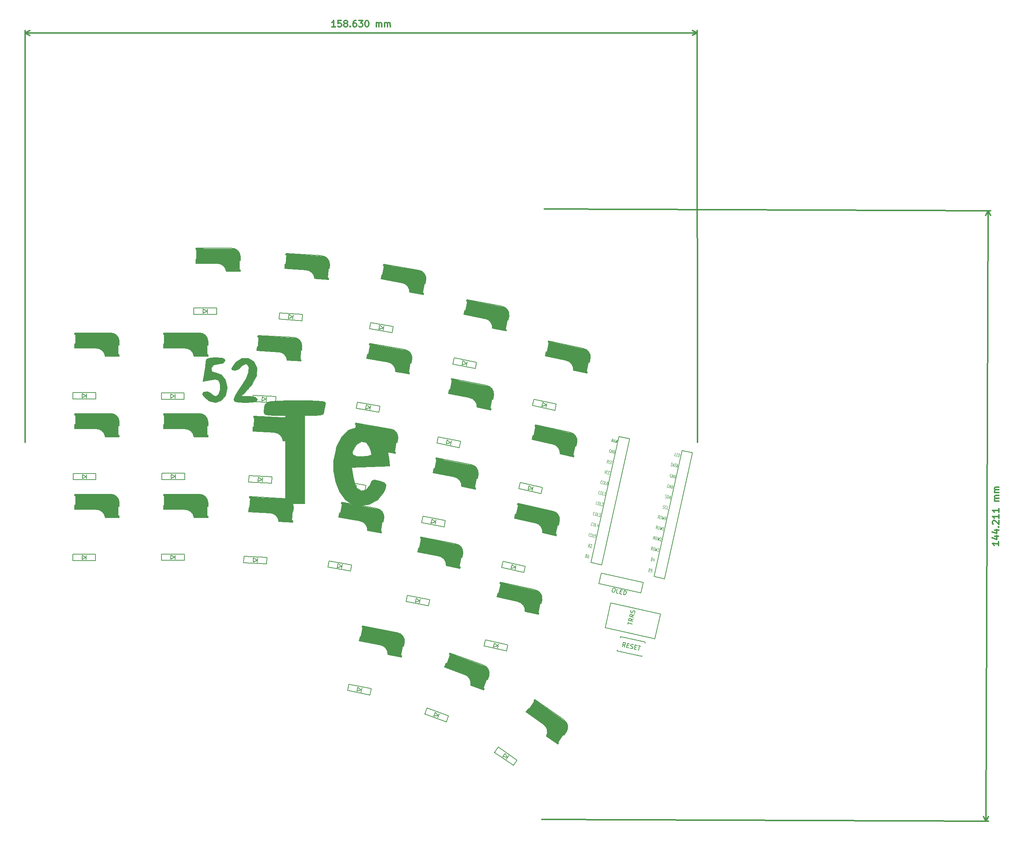
<source format=gbr>
G04 #@! TF.GenerationSoftware,KiCad,Pcbnew,(5.0.0)*
G04 #@! TF.CreationDate,2019-03-06T00:52:04+08:00*
G04 #@! TF.ProjectId,52Te_Rev,353254655F5265762E6B696361645F70,rev?*
G04 #@! TF.SameCoordinates,Original*
G04 #@! TF.FileFunction,Legend,Top*
G04 #@! TF.FilePolarity,Positive*
%FSLAX46Y46*%
G04 Gerber Fmt 4.6, Leading zero omitted, Abs format (unit mm)*
G04 Created by KiCad (PCBNEW (5.0.0)) date 03/06/19 00:52:04*
%MOMM*%
%LPD*%
G01*
G04 APERTURE LIST*
%ADD10C,0.300000*%
%ADD11C,0.800000*%
%ADD12C,3.000000*%
%ADD13C,0.500000*%
%ADD14C,1.000000*%
%ADD15C,3.500000*%
%ADD16C,0.150000*%
%ADD17C,0.400000*%
%ADD18C,0.010000*%
%ADD19C,0.125000*%
G04 APERTURE END LIST*
D10*
X352466890Y-152043986D02*
X352463562Y-152901123D01*
X352465226Y-152472555D02*
X350965237Y-152466730D01*
X351178967Y-152610418D01*
X351321268Y-152753829D01*
X351392141Y-152896962D01*
X351471890Y-150754399D02*
X352471883Y-150758282D01*
X350899079Y-151109320D02*
X351969113Y-151470620D01*
X351972719Y-150542056D01*
X351477438Y-149325838D02*
X352477430Y-149329721D01*
X350904627Y-149680759D02*
X351974660Y-150042060D01*
X351978266Y-149113495D01*
X352337625Y-148543458D02*
X352409331Y-148472307D01*
X352480481Y-148544013D01*
X352408776Y-148615163D01*
X352337625Y-148543458D01*
X352480481Y-148544013D01*
X351125845Y-147895890D02*
X351054695Y-147824185D01*
X350983821Y-147681052D01*
X350985208Y-147323911D01*
X351057191Y-147181333D01*
X351128896Y-147110182D01*
X351272030Y-147039309D01*
X351414886Y-147039863D01*
X351628892Y-147112124D01*
X352482700Y-147972588D01*
X352486306Y-147044024D01*
X352491854Y-145615463D02*
X352488525Y-146472600D01*
X352490189Y-146044032D02*
X350990201Y-146038207D01*
X351203930Y-146181895D01*
X351346231Y-146325306D01*
X351417105Y-146468439D01*
X352497401Y-144186903D02*
X352494073Y-145044039D01*
X352495737Y-144615471D02*
X350995748Y-144609646D01*
X351209478Y-144753334D01*
X351351779Y-144896745D01*
X351422652Y-145039879D01*
X352504335Y-142401202D02*
X351504343Y-142397319D01*
X351647199Y-142397873D02*
X351576048Y-142326168D01*
X351505175Y-142183035D01*
X351506007Y-141968750D01*
X351577990Y-141826172D01*
X351721123Y-141755299D01*
X352506832Y-141758350D01*
X351721123Y-141755299D02*
X351578545Y-141683316D01*
X351507671Y-141540182D01*
X351508503Y-141325898D01*
X351580486Y-141183319D01*
X351723620Y-141112446D01*
X352509328Y-141115497D01*
X352512102Y-140401217D02*
X351512109Y-140397334D01*
X351654965Y-140397889D02*
X351583815Y-140326183D01*
X351512941Y-140183050D01*
X351513774Y-139968766D01*
X351585756Y-139826187D01*
X351728890Y-139755314D01*
X352514598Y-139758365D01*
X351728890Y-139755314D02*
X351586311Y-139683331D01*
X351515438Y-139540197D01*
X351516270Y-139325913D01*
X351588253Y-139183335D01*
X351731386Y-139112461D01*
X352517094Y-139115512D01*
X349431917Y-218066814D02*
X349991917Y-73856814D01*
X244670000Y-217660000D02*
X350018333Y-218069091D01*
X245230000Y-73450000D02*
X350578333Y-73859091D01*
X349991917Y-73856814D02*
X350573959Y-74985586D01*
X349991917Y-73856814D02*
X349401126Y-74981032D01*
X349431917Y-218066814D02*
X350022708Y-216942596D01*
X349431917Y-218066814D02*
X348849875Y-216938042D01*
X195950278Y-30438895D02*
X195093135Y-30439273D01*
X195521707Y-30439084D02*
X195521045Y-28939084D01*
X195378282Y-29153433D01*
X195235488Y-29296353D01*
X195092662Y-29367845D01*
X197306759Y-28938296D02*
X196592473Y-28938612D01*
X196521360Y-29652929D01*
X196592757Y-29581469D01*
X196735582Y-29509977D01*
X197092725Y-29509819D01*
X197235614Y-29581185D01*
X197307074Y-29652582D01*
X197378566Y-29795408D01*
X197378723Y-30152550D01*
X197307358Y-30295439D01*
X197235961Y-30366899D01*
X197093135Y-30438391D01*
X196735992Y-30438548D01*
X196593104Y-30367183D01*
X196521643Y-30295786D01*
X198235614Y-29580744D02*
X198092725Y-29509378D01*
X198021265Y-29437981D01*
X197949773Y-29295155D01*
X197949742Y-29223727D01*
X198021107Y-29080838D01*
X198092504Y-29009378D01*
X198235330Y-28937887D01*
X198521044Y-28937760D01*
X198663933Y-29009126D01*
X198735393Y-29080523D01*
X198806885Y-29223349D01*
X198806916Y-29294777D01*
X198735551Y-29437666D01*
X198664154Y-29509126D01*
X198521328Y-29580618D01*
X198235614Y-29580744D01*
X198092788Y-29652235D01*
X198021391Y-29723695D01*
X197950026Y-29866584D01*
X197950152Y-30152298D01*
X198021643Y-30295124D01*
X198093103Y-30366521D01*
X198235992Y-30437886D01*
X198521706Y-30437760D01*
X198664532Y-30366269D01*
X198735929Y-30294809D01*
X198807294Y-30151920D01*
X198807168Y-29866206D01*
X198735677Y-29723380D01*
X198664217Y-29651983D01*
X198521328Y-29580618D01*
X199450215Y-30294493D02*
X199521675Y-30365890D01*
X199450278Y-30437351D01*
X199378818Y-30365954D01*
X199450215Y-30294493D01*
X199450278Y-30437351D01*
X200806758Y-28936752D02*
X200521044Y-28936878D01*
X200378219Y-29008370D01*
X200306822Y-29079830D01*
X200164059Y-29294178D01*
X200092756Y-29579924D01*
X200093009Y-30151353D01*
X200164500Y-30294178D01*
X200235960Y-30365575D01*
X200378849Y-30436941D01*
X200664563Y-30436815D01*
X200807389Y-30365323D01*
X200878786Y-30293863D01*
X200950151Y-30150974D01*
X200949994Y-29793832D01*
X200878502Y-29651006D01*
X200807042Y-29579609D01*
X200664153Y-29508243D01*
X200378439Y-29508369D01*
X200235614Y-29579861D01*
X200164217Y-29651321D01*
X200092851Y-29794210D01*
X201449616Y-28936468D02*
X202378187Y-28936058D01*
X201878439Y-29507708D01*
X202092725Y-29507613D01*
X202235613Y-29578979D01*
X202307073Y-29650376D01*
X202378565Y-29793201D01*
X202378723Y-30150344D01*
X202307357Y-30293233D01*
X202235960Y-30364693D01*
X202093135Y-30436184D01*
X201664563Y-30436373D01*
X201521674Y-30365008D01*
X201450214Y-30293611D01*
X203306758Y-28935649D02*
X203449615Y-28935586D01*
X203592504Y-29006951D01*
X203663964Y-29078348D01*
X203735456Y-29221174D01*
X203807010Y-29506857D01*
X203807168Y-29863999D01*
X203735865Y-30149745D01*
X203664500Y-30292634D01*
X203593103Y-30364094D01*
X203450277Y-30435585D01*
X203307420Y-30435649D01*
X203164531Y-30364283D01*
X203093071Y-30292886D01*
X203021580Y-30150060D01*
X202950025Y-29864378D01*
X202949868Y-29507235D01*
X203021170Y-29221489D01*
X203092536Y-29078600D01*
X203163933Y-29007140D01*
X203306758Y-28935649D01*
X205593134Y-30434640D02*
X205592693Y-29434640D01*
X205592756Y-29577497D02*
X205664153Y-29506037D01*
X205806979Y-29434545D01*
X206021264Y-29434451D01*
X206164153Y-29505816D01*
X206235645Y-29648642D01*
X206235991Y-30434356D01*
X206235645Y-29648642D02*
X206307010Y-29505753D01*
X206449836Y-29434262D01*
X206664121Y-29434167D01*
X206807010Y-29505533D01*
X206878502Y-29648358D01*
X206878848Y-30434073D01*
X207593134Y-30433757D02*
X207592693Y-29433757D01*
X207592756Y-29576615D02*
X207664153Y-29505154D01*
X207806978Y-29433663D01*
X208021264Y-29433568D01*
X208164153Y-29504934D01*
X208235644Y-29647759D01*
X208235991Y-30433474D01*
X208235644Y-29647759D02*
X208307010Y-29504871D01*
X208449835Y-29433379D01*
X208664121Y-29433285D01*
X208807010Y-29504650D01*
X208878501Y-29647476D01*
X208878848Y-30433190D01*
X281337334Y-31822645D02*
X122707334Y-31892645D01*
X281380000Y-128510000D02*
X281337075Y-31236225D01*
X122750000Y-128580000D02*
X122707075Y-31306225D01*
X122707334Y-31892645D02*
X123833579Y-31305727D01*
X122707334Y-31892645D02*
X123834096Y-32478569D01*
X281337334Y-31822645D02*
X280210572Y-31236721D01*
X281337334Y-31822645D02*
X280211089Y-32409563D01*
G04 #@! TO.C,SW12*
X217061747Y-90994890D02*
X217218031Y-90108564D01*
D11*
X216187318Y-93074643D02*
X216499885Y-91301989D01*
D12*
X215682254Y-89431593D02*
X215293282Y-91637563D01*
D13*
X207028366Y-89733447D02*
X208407097Y-89976555D01*
D14*
X207891139Y-87143926D02*
X207457018Y-89605945D01*
D15*
X208963011Y-88551438D02*
X215561223Y-89714880D01*
D16*
X206680829Y-89976795D02*
X206854477Y-88991987D01*
X206854477Y-88991987D02*
X207051439Y-89026717D01*
X207071135Y-89030190D02*
X207461843Y-86814373D01*
X207442147Y-86810900D02*
X207245185Y-86776170D01*
X217142864Y-91110736D02*
X216945902Y-91076006D01*
X216916358Y-91070796D02*
X216527386Y-93276766D01*
X216556931Y-93281975D02*
X216753892Y-93316705D01*
X216691379Y-93671236D02*
X216753892Y-93316705D01*
X217316512Y-90125928D02*
X217142864Y-91110736D01*
X216691379Y-93671236D02*
X213461209Y-93101670D01*
X211604868Y-90845036D02*
X206680829Y-89976795D01*
X207305962Y-86431487D02*
X215578348Y-87890131D01*
X213461312Y-93079886D02*
G75*
G03X211604868Y-90845036I-2169248J86530D01*
G01*
X217316513Y-90125928D02*
G75*
G03X215578348Y-87890131I-1986981J248816D01*
G01*
X207245185Y-86776170D02*
X207305962Y-86431487D01*
D14*
X213924694Y-92755422D02*
G75*
G03X212068250Y-90520572I-2169248J86530D01*
G01*
D13*
X216529147Y-93439545D02*
X213870166Y-92970694D01*
D17*
X207468194Y-86663178D02*
X208846925Y-86906286D01*
X207034074Y-89125198D02*
X206912520Y-89814563D01*
D10*
G04 #@! TO.C,SW23*
X252654986Y-129355425D02*
X252849783Y-128476760D01*
D11*
X251690672Y-131395056D02*
X252080264Y-129637724D01*
D12*
X251344996Y-127733444D02*
X250860172Y-129920347D01*
D13*
X242686178Y-127657533D02*
X244052992Y-127960548D01*
D14*
X243661083Y-125108109D02*
X243119984Y-127548849D01*
D15*
X244670541Y-126561036D02*
X251211724Y-128011182D01*
D16*
X242328357Y-127885490D02*
X242544797Y-126909194D01*
X242544797Y-126909194D02*
X242740056Y-126952482D01*
X242759582Y-126956810D02*
X243246571Y-124760144D01*
X243227045Y-124755816D02*
X243031786Y-124712528D01*
X252730973Y-129474698D02*
X252535714Y-129431411D01*
X252506425Y-129424917D02*
X252021600Y-131611820D01*
X252050889Y-131618314D02*
X252246148Y-131661602D01*
X252168230Y-132013068D02*
X252246148Y-131661602D01*
X252947413Y-128498402D02*
X252730973Y-129474698D01*
X252168230Y-132013068D02*
X248965979Y-131303146D01*
X247209837Y-128967688D02*
X242328357Y-127885490D01*
X243107540Y-124370824D02*
X251308426Y-126188916D01*
X248967032Y-131281387D02*
G75*
G03X247209837Y-128967688I-2163409J181068D01*
G01*
X252947414Y-128498402D02*
G75*
G03X251308426Y-126188916I-1974237J335249D01*
G01*
X243031786Y-124712528D02*
X243107540Y-124370824D01*
D14*
X249444126Y-130977444D02*
G75*
G03X247686931Y-128663745I-2163409J181068D01*
G01*
D13*
X252016259Y-131774521D02*
X249380260Y-131190134D01*
D17*
X243259511Y-124609371D02*
X244626326Y-124912387D01*
X242718412Y-127050111D02*
X242566904Y-127733518D01*
G04 #@! TO.C,SW21*
X222219231Y-180900310D02*
X221979817Y-181558095D01*
X223074281Y-178551080D02*
X224389851Y-179029907D01*
D13*
X230820874Y-186797914D02*
X228283704Y-185874460D01*
D14*
X228374786Y-185671928D02*
G75*
G03X226934623Y-183148661I-2121267J461902D01*
G01*
D16*
X222835040Y-178623628D02*
X222954747Y-178294736D01*
X232171683Y-183671364D02*
G75*
G03X230848165Y-181167704I-1913589J590071D01*
G01*
X227862100Y-185910995D02*
G75*
G03X226421937Y-183387730I-2121266J461901D01*
G01*
X222954747Y-178294736D02*
X230848165Y-181167704D01*
X226421937Y-183387730D02*
X221723473Y-181677629D01*
X230940409Y-187054257D02*
X227858217Y-185932431D01*
X232171681Y-183671364D02*
X231829661Y-184611056D01*
X230940409Y-187054257D02*
X231063536Y-186715968D01*
X230875597Y-186647565D02*
X231063536Y-186715968D01*
X231613532Y-184532392D02*
X230847407Y-186637303D01*
X231829661Y-184611056D02*
X231641722Y-184542652D01*
X223022977Y-178692032D02*
X222835040Y-178623628D01*
X222272227Y-180813181D02*
X223041772Y-178698873D01*
X222065495Y-180737937D02*
X222253433Y-180806341D01*
X221723473Y-181677629D02*
X222065495Y-180737937D01*
D15*
X224218496Y-180670223D02*
X230514436Y-182961758D01*
D14*
X223407320Y-179097966D02*
X222552269Y-181447197D01*
D13*
X222107988Y-181498328D02*
X223423558Y-181977156D01*
D12*
X230682821Y-182703792D02*
X229916696Y-184808703D01*
D11*
X230547603Y-186379199D02*
X231163239Y-184687752D01*
D10*
X231769893Y-184482885D02*
X232077712Y-183637162D01*
D17*
G04 #@! TO.C,SW1*
X134630000Y-105410000D02*
X134630000Y-106110000D01*
X134630000Y-102910000D02*
X136030000Y-102910000D01*
D13*
X144730000Y-108010000D02*
X142030000Y-108010000D01*
D14*
X142046318Y-107788529D02*
G75*
G03X139830000Y-105910000I-2151318J-291471D01*
G01*
D16*
X134430000Y-103060000D02*
X134430000Y-102710000D01*
X144930001Y-104610000D02*
G75*
G03X142830000Y-102709999I-2000001J-100000D01*
G01*
X141646318Y-108188529D02*
G75*
G03X139430000Y-106310000I-2151318J-291471D01*
G01*
X134430000Y-102710000D02*
X142830000Y-102709999D01*
X139430000Y-106310000D02*
X134430000Y-106310000D01*
X144930000Y-108210000D02*
X141650000Y-108210000D01*
X144930000Y-104610000D02*
X144930000Y-105610000D01*
X144930000Y-108210000D02*
X144930000Y-107850000D01*
X144730000Y-107850000D02*
X144930000Y-107850000D01*
X144700000Y-105610000D02*
X144700000Y-107850000D01*
X144930000Y-105610000D02*
X144730000Y-105610000D01*
X134630000Y-103060000D02*
X134430000Y-103060000D01*
X134650000Y-105310000D02*
X134650000Y-103060000D01*
X134430000Y-105310000D02*
X134630000Y-105310000D01*
X134430000Y-106310000D02*
X134430000Y-105310000D01*
D15*
X136430000Y-104510000D02*
X143130000Y-104510000D01*
D14*
X135130000Y-103310000D02*
X135130000Y-105810000D01*
D13*
X134730000Y-106010000D02*
X136130000Y-106010000D01*
D12*
X143200000Y-104210000D02*
X143200000Y-106450000D01*
D11*
X144330000Y-107710000D02*
X144330000Y-105910000D01*
D10*
X144829999Y-105510000D02*
X144830000Y-104610001D01*
D16*
G04 #@! TO.C,J1*
X272659319Y-169101112D02*
X271360681Y-174958888D01*
X271360681Y-174958888D02*
X259645129Y-172361613D01*
X259645129Y-172361613D02*
X260943767Y-166503837D01*
X260943767Y-166503837D02*
X272659319Y-169101112D01*
G04 #@! TO.C,D1*
X134030000Y-116820000D02*
X134030000Y-118320000D01*
X139430000Y-116820000D02*
X134030000Y-116820000D01*
X139430000Y-118320000D02*
X139430000Y-116820000D01*
X134030000Y-118320000D02*
X139430000Y-118320000D01*
X137230000Y-118070000D02*
X137230000Y-117070000D01*
X136230000Y-117070000D02*
X137130000Y-117570000D01*
X136230000Y-118070000D02*
X136230000Y-117070000D01*
X137130000Y-117570000D02*
X136230000Y-118070000D01*
G04 #@! TO.C,D2*
X137150000Y-136640000D02*
X136250000Y-137140000D01*
X136250000Y-137140000D02*
X136250000Y-136140000D01*
X136250000Y-136140000D02*
X137150000Y-136640000D01*
X137250000Y-137140000D02*
X137250000Y-136140000D01*
X134050000Y-137390000D02*
X139450000Y-137390000D01*
X139450000Y-137390000D02*
X139450000Y-135890000D01*
X139450000Y-135890000D02*
X134050000Y-135890000D01*
X134050000Y-135890000D02*
X134050000Y-137390000D01*
G04 #@! TO.C,D3*
X133960000Y-154960000D02*
X133960000Y-156460000D01*
X139360000Y-154960000D02*
X133960000Y-154960000D01*
X139360000Y-156460000D02*
X139360000Y-154960000D01*
X133960000Y-156460000D02*
X139360000Y-156460000D01*
X137160000Y-156210000D02*
X137160000Y-155210000D01*
X136160000Y-155210000D02*
X137060000Y-155710000D01*
X136160000Y-156210000D02*
X136160000Y-155210000D01*
X137060000Y-155710000D02*
X136160000Y-156210000D01*
G04 #@! TO.C,D4*
X162520000Y-96800000D02*
X162520000Y-98300000D01*
X167920000Y-96800000D02*
X162520000Y-96800000D01*
X167920000Y-98300000D02*
X167920000Y-96800000D01*
X162520000Y-98300000D02*
X167920000Y-98300000D01*
X165720000Y-98050000D02*
X165720000Y-97050000D01*
X164720000Y-97050000D02*
X165620000Y-97550000D01*
X164720000Y-98050000D02*
X164720000Y-97050000D01*
X165620000Y-97550000D02*
X164720000Y-98050000D01*
G04 #@! TO.C,D5*
X157980000Y-117610000D02*
X157080000Y-118110000D01*
X157080000Y-118110000D02*
X157080000Y-117110000D01*
X157080000Y-117110000D02*
X157980000Y-117610000D01*
X158080000Y-118110000D02*
X158080000Y-117110000D01*
X154880000Y-118360000D02*
X160280000Y-118360000D01*
X160280000Y-118360000D02*
X160280000Y-116860000D01*
X160280000Y-116860000D02*
X154880000Y-116860000D01*
X154880000Y-116860000D02*
X154880000Y-118360000D01*
G04 #@! TO.C,D6*
X155000000Y-135860000D02*
X155000000Y-137360000D01*
X160400000Y-135860000D02*
X155000000Y-135860000D01*
X160400000Y-137360000D02*
X160400000Y-135860000D01*
X155000000Y-137360000D02*
X160400000Y-137360000D01*
X158200000Y-137110000D02*
X158200000Y-136110000D01*
X157200000Y-136110000D02*
X158100000Y-136610000D01*
X157200000Y-137110000D02*
X157200000Y-136110000D01*
X158100000Y-136610000D02*
X157200000Y-137110000D01*
G04 #@! TO.C,D7*
X154920000Y-154930000D02*
X154920000Y-156430000D01*
X160320000Y-154930000D02*
X154920000Y-154930000D01*
X160320000Y-156430000D02*
X160320000Y-154930000D01*
X154920000Y-156430000D02*
X160320000Y-156430000D01*
X158120000Y-156180000D02*
X158120000Y-155180000D01*
X157120000Y-155180000D02*
X158020000Y-155680000D01*
X157120000Y-156180000D02*
X157120000Y-155180000D01*
X158020000Y-155680000D02*
X157120000Y-156180000D01*
G04 #@! TO.C,D8*
X185819026Y-98917903D02*
X184886340Y-99353904D01*
X184886340Y-99353904D02*
X184956096Y-98356340D01*
X184956096Y-98356340D02*
X185819026Y-98917903D01*
X185883904Y-99423660D02*
X185953660Y-98426096D01*
X182674260Y-99449831D02*
X188061106Y-99826516D01*
X188061106Y-99826516D02*
X188165740Y-98330169D01*
X188165740Y-98330169D02*
X182778894Y-97953484D01*
X182778894Y-97953484D02*
X182674260Y-99449831D01*
G04 #@! TO.C,D9*
X176512952Y-117419721D02*
X176434448Y-118917665D01*
X181905552Y-117702335D02*
X176512952Y-117419721D01*
X181827048Y-119200279D02*
X181905552Y-117702335D01*
X176434448Y-118917665D02*
X181827048Y-119200279D01*
X179643147Y-118835483D02*
X179695483Y-117836853D01*
X178696853Y-117784517D02*
X179569452Y-118330934D01*
X178644517Y-118783147D02*
X178696853Y-117784517D01*
X179569452Y-118330934D02*
X178644517Y-118783147D01*
G04 #@! TO.C,D10*
X178619452Y-137350934D02*
X177694517Y-137803147D01*
X177694517Y-137803147D02*
X177746853Y-136804517D01*
X177746853Y-136804517D02*
X178619452Y-137350934D01*
X178693147Y-137855483D02*
X178745483Y-136856853D01*
X175484448Y-137937665D02*
X180877048Y-138220279D01*
X180877048Y-138220279D02*
X180955552Y-136722335D01*
X180955552Y-136722335D02*
X175562952Y-136439721D01*
X175562952Y-136439721D02*
X175484448Y-137937665D01*
G04 #@! TO.C,D11*
X177469452Y-156380934D02*
X176544517Y-156833147D01*
X176544517Y-156833147D02*
X176596853Y-155834517D01*
X176596853Y-155834517D02*
X177469452Y-156380934D01*
X177543147Y-156885483D02*
X177595483Y-155886853D01*
X174334448Y-156967665D02*
X179727048Y-157250279D01*
X179727048Y-157250279D02*
X179805552Y-155752335D01*
X179805552Y-155752335D02*
X174412952Y-155469721D01*
X174412952Y-155469721D02*
X174334448Y-156967665D01*
G04 #@! TO.C,D12*
X204291255Y-100262544D02*
X204030783Y-101739756D01*
X209609217Y-101200244D02*
X204291255Y-100262544D01*
X209348745Y-102677456D02*
X209609217Y-101200244D01*
X204030783Y-101739756D02*
X209348745Y-102677456D01*
X207225580Y-102049228D02*
X207399228Y-101064420D01*
X206414420Y-100890772D02*
X207213923Y-101539459D01*
X206240772Y-101875580D02*
X206414420Y-100890772D01*
X207213923Y-101539459D02*
X206240772Y-101875580D01*
G04 #@! TO.C,D13*
X204071957Y-120307685D02*
X203098806Y-120643806D01*
X203098806Y-120643806D02*
X203272454Y-119658998D01*
X203272454Y-119658998D02*
X204071957Y-120307685D01*
X204083614Y-120817454D02*
X204257262Y-119832646D01*
X200888817Y-120507982D02*
X206206779Y-121445682D01*
X206206779Y-121445682D02*
X206467251Y-119968470D01*
X206467251Y-119968470D02*
X201149289Y-119030770D01*
X201149289Y-119030770D02*
X200888817Y-120507982D01*
G04 #@! TO.C,D14*
X197851255Y-137792544D02*
X197590783Y-139269756D01*
X203169217Y-138730244D02*
X197851255Y-137792544D01*
X202908745Y-140207456D02*
X203169217Y-138730244D01*
X197590783Y-139269756D02*
X202908745Y-140207456D01*
X200785580Y-139579228D02*
X200959228Y-138594420D01*
X199974420Y-138420772D02*
X200773923Y-139069459D01*
X199800772Y-139405580D02*
X199974420Y-138420772D01*
X200773923Y-139069459D02*
X199800772Y-139405580D01*
G04 #@! TO.C,D15*
X194451255Y-156542544D02*
X194190783Y-158019756D01*
X199769217Y-157480244D02*
X194451255Y-156542544D01*
X199508745Y-158957456D02*
X199769217Y-157480244D01*
X194190783Y-158019756D02*
X199508745Y-158957456D01*
X197385580Y-158329228D02*
X197559228Y-157344420D01*
X196574420Y-157170772D02*
X197373923Y-157819459D01*
X196400772Y-158155580D02*
X196574420Y-157170772D01*
X197373923Y-157819459D02*
X196400772Y-158155580D01*
G04 #@! TO.C,D16*
X202012651Y-187026324D02*
X201033782Y-187345409D01*
X201033782Y-187345409D02*
X201224591Y-186363782D01*
X201224591Y-186363782D02*
X202012651Y-187026324D01*
X202015409Y-187536218D02*
X202206218Y-186554591D01*
X198826500Y-187171036D02*
X204127287Y-188201405D01*
X204127287Y-188201405D02*
X204413500Y-186728964D01*
X204413500Y-186728964D02*
X199112713Y-185698595D01*
X199112713Y-185698595D02*
X198826500Y-187171036D01*
G04 #@! TO.C,D17*
X226852651Y-109936324D02*
X225873782Y-110255409D01*
X225873782Y-110255409D02*
X226064591Y-109273782D01*
X226064591Y-109273782D02*
X226852651Y-109936324D01*
X226855409Y-110446218D02*
X227046218Y-109464591D01*
X223666500Y-110081036D02*
X228967287Y-111111405D01*
X228967287Y-111111405D02*
X229253500Y-109638964D01*
X229253500Y-109638964D02*
X223952713Y-108608595D01*
X223952713Y-108608595D02*
X223666500Y-110081036D01*
G04 #@! TO.C,D18*
X220202713Y-127278595D02*
X219916500Y-128751036D01*
X225503500Y-128308964D02*
X220202713Y-127278595D01*
X225217287Y-129781405D02*
X225503500Y-128308964D01*
X219916500Y-128751036D02*
X225217287Y-129781405D01*
X223105409Y-129116218D02*
X223296218Y-128134591D01*
X222314591Y-127943782D02*
X223102651Y-128606324D01*
X222123782Y-128925409D02*
X222314591Y-127943782D01*
X223102651Y-128606324D02*
X222123782Y-128925409D01*
G04 #@! TO.C,D19*
X219495039Y-147345010D02*
X218516170Y-147664095D01*
X218516170Y-147664095D02*
X218706979Y-146682468D01*
X218706979Y-146682468D02*
X219495039Y-147345010D01*
X219497797Y-147854904D02*
X219688606Y-146873277D01*
X216308888Y-147489722D02*
X221609675Y-148520091D01*
X221609675Y-148520091D02*
X221895888Y-147047650D01*
X221895888Y-147047650D02*
X216595101Y-146017281D01*
X216595101Y-146017281D02*
X216308888Y-147489722D01*
G04 #@! TO.C,D20*
X215792651Y-166006324D02*
X214813782Y-166325409D01*
X214813782Y-166325409D02*
X215004591Y-165343782D01*
X215004591Y-165343782D02*
X215792651Y-166006324D01*
X215795409Y-166516218D02*
X215986218Y-165534591D01*
X212606500Y-166151036D02*
X217907287Y-167181405D01*
X217907287Y-167181405D02*
X218193500Y-165708964D01*
X218193500Y-165708964D02*
X212892713Y-164678595D01*
X212892713Y-164678595D02*
X212606500Y-166151036D01*
G04 #@! TO.C,D21*
X217529345Y-191311776D02*
X217016315Y-192721315D01*
X222603685Y-193158685D02*
X217529345Y-191311776D01*
X222090655Y-194568224D02*
X222603685Y-193158685D01*
X217016315Y-192721315D02*
X222090655Y-194568224D01*
X220108836Y-193580856D02*
X220450856Y-192641164D01*
X219511164Y-192299144D02*
X220185877Y-193076808D01*
X219169144Y-193238836D02*
X219511164Y-192299144D01*
X220185877Y-193076808D02*
X219169144Y-193238836D01*
G04 #@! TO.C,D22*
X242794935Y-118385028D02*
X242483068Y-119852249D01*
X248076932Y-119507751D02*
X242794935Y-118385028D01*
X247765065Y-120974972D02*
X248076932Y-119507751D01*
X242483068Y-119852249D02*
X247765065Y-120974972D01*
X245665118Y-120273030D02*
X245873030Y-119294882D01*
X244894882Y-119086970D02*
X245671259Y-119763165D01*
X244686970Y-120065118D02*
X244894882Y-119086970D01*
X245671259Y-119763165D02*
X244686970Y-120065118D01*
G04 #@! TO.C,D23*
X242410518Y-139446576D02*
X241423632Y-139739928D01*
X241423632Y-139739928D02*
X241640072Y-138763632D01*
X241640072Y-138763632D02*
X242410518Y-139446576D01*
X242399928Y-139956368D02*
X242616368Y-138980072D01*
X239221671Y-139507835D02*
X244493670Y-140676609D01*
X244493670Y-140676609D02*
X244818329Y-139212165D01*
X244818329Y-139212165D02*
X239546330Y-138043391D01*
X239546330Y-138043391D02*
X239221671Y-139507835D01*
G04 #@! TO.C,D24*
X238370518Y-158076576D02*
X237383632Y-158369928D01*
X237383632Y-158369928D02*
X237600072Y-157393632D01*
X237600072Y-157393632D02*
X238370518Y-158076576D01*
X238359928Y-158586368D02*
X238576368Y-157610072D01*
X235181671Y-158137835D02*
X240453670Y-159306609D01*
X240453670Y-159306609D02*
X240778329Y-157842165D01*
X240778329Y-157842165D02*
X235506330Y-156673391D01*
X235506330Y-156673391D02*
X235181671Y-158137835D01*
G04 #@! TO.C,D25*
X231363405Y-175219211D02*
X231038746Y-176683655D01*
X236635404Y-176387985D02*
X231363405Y-175219211D01*
X236310745Y-177852429D02*
X236635404Y-176387985D01*
X231038746Y-176683655D02*
X236310745Y-177852429D01*
X234217003Y-177132188D02*
X234433443Y-176155892D01*
X233457147Y-175939452D02*
X234227593Y-176622396D01*
X233240707Y-176915748D02*
X233457147Y-175939452D01*
X234227593Y-176622396D02*
X233240707Y-176915748D01*
G04 #@! TO.C,D26*
X236477661Y-202929431D02*
X235453636Y-202822788D01*
X235453636Y-202822788D02*
X236027212Y-202003636D01*
X236027212Y-202003636D02*
X236477661Y-202929431D01*
X236272788Y-203396364D02*
X236846364Y-202577212D01*
X233508107Y-201765708D02*
X237931528Y-204863020D01*
X237931528Y-204863020D02*
X238791893Y-203634292D01*
X238791893Y-203634292D02*
X234368472Y-200536980D01*
X234368472Y-200536980D02*
X233508107Y-201765708D01*
G04 #@! TO.C,J2*
X268604774Y-161634982D02*
X258685607Y-159435956D01*
X268055018Y-164114774D02*
X258135850Y-161915748D01*
X258135850Y-161915748D02*
X258685607Y-159435956D01*
X268604774Y-161634982D02*
X268055018Y-164114774D01*
D10*
G04 #@! TO.C,SW2*
X144829999Y-124540000D02*
X144830000Y-123640001D01*
D11*
X144330000Y-126740000D02*
X144330000Y-124940000D01*
D12*
X143200000Y-123240000D02*
X143200000Y-125480000D01*
D13*
X134730000Y-125040000D02*
X136130000Y-125040000D01*
D14*
X135130000Y-122340000D02*
X135130000Y-124840000D01*
D15*
X136430000Y-123540000D02*
X143130000Y-123540000D01*
D16*
X134430000Y-125340000D02*
X134430000Y-124340000D01*
X134430000Y-124340000D02*
X134630000Y-124340000D01*
X134650000Y-124340000D02*
X134650000Y-122090000D01*
X134630000Y-122090000D02*
X134430000Y-122090000D01*
X144930000Y-124640000D02*
X144730000Y-124640000D01*
X144700000Y-124640000D02*
X144700000Y-126880000D01*
X144730000Y-126880000D02*
X144930000Y-126880000D01*
X144930000Y-127240000D02*
X144930000Y-126880000D01*
X144930000Y-123640000D02*
X144930000Y-124640000D01*
X144930000Y-127240000D02*
X141650000Y-127240000D01*
X139430000Y-125340000D02*
X134430000Y-125340000D01*
X134430000Y-121740000D02*
X142830000Y-121739999D01*
X141646318Y-127218529D02*
G75*
G03X139430000Y-125340000I-2151318J-291471D01*
G01*
X144930001Y-123640000D02*
G75*
G03X142830000Y-121739999I-2000001J-100000D01*
G01*
X134430000Y-122090000D02*
X134430000Y-121740000D01*
D14*
X142046318Y-126818529D02*
G75*
G03X139830000Y-124940000I-2151318J-291471D01*
G01*
D13*
X144730000Y-127040000D02*
X142030000Y-127040000D01*
D17*
X134630000Y-121940000D02*
X136030000Y-121940000D01*
X134630000Y-124440000D02*
X134630000Y-125140000D01*
G04 #@! TO.C,SW3*
X134630000Y-143500000D02*
X134630000Y-144200000D01*
X134630000Y-141000000D02*
X136030000Y-141000000D01*
D13*
X144730000Y-146100000D02*
X142030000Y-146100000D01*
D14*
X142046318Y-145878529D02*
G75*
G03X139830000Y-144000000I-2151318J-291471D01*
G01*
D16*
X134430000Y-141150000D02*
X134430000Y-140800000D01*
X144930001Y-142700000D02*
G75*
G03X142830000Y-140799999I-2000001J-100000D01*
G01*
X141646318Y-146278529D02*
G75*
G03X139430000Y-144400000I-2151318J-291471D01*
G01*
X134430000Y-140800000D02*
X142830000Y-140799999D01*
X139430000Y-144400000D02*
X134430000Y-144400000D01*
X144930000Y-146300000D02*
X141650000Y-146300000D01*
X144930000Y-142700000D02*
X144930000Y-143700000D01*
X144930000Y-146300000D02*
X144930000Y-145940000D01*
X144730000Y-145940000D02*
X144930000Y-145940000D01*
X144700000Y-143700000D02*
X144700000Y-145940000D01*
X144930000Y-143700000D02*
X144730000Y-143700000D01*
X134630000Y-141150000D02*
X134430000Y-141150000D01*
X134650000Y-143400000D02*
X134650000Y-141150000D01*
X134430000Y-143400000D02*
X134630000Y-143400000D01*
X134430000Y-144400000D02*
X134430000Y-143400000D01*
D15*
X136430000Y-142600000D02*
X143130000Y-142600000D01*
D14*
X135130000Y-141400000D02*
X135130000Y-143900000D01*
D13*
X134730000Y-144100000D02*
X136130000Y-144100000D01*
D12*
X143200000Y-142300000D02*
X143200000Y-144540000D01*
D11*
X144330000Y-145800000D02*
X144330000Y-144000000D01*
D10*
X144829999Y-143600000D02*
X144830000Y-142700001D01*
G04 #@! TO.C,SW4*
X173409999Y-85490000D02*
X173410000Y-84590001D01*
D11*
X172910000Y-87690000D02*
X172910000Y-85890000D01*
D12*
X171780000Y-84190000D02*
X171780000Y-86430000D01*
D13*
X163310000Y-85990000D02*
X164710000Y-85990000D01*
D14*
X163710000Y-83290000D02*
X163710000Y-85790000D01*
D15*
X165010000Y-84490000D02*
X171710000Y-84490000D01*
D16*
X163010000Y-86290000D02*
X163010000Y-85290000D01*
X163010000Y-85290000D02*
X163210000Y-85290000D01*
X163230000Y-85290000D02*
X163230000Y-83040000D01*
X163210000Y-83040000D02*
X163010000Y-83040000D01*
X173510000Y-85590000D02*
X173310000Y-85590000D01*
X173280000Y-85590000D02*
X173280000Y-87830000D01*
X173310000Y-87830000D02*
X173510000Y-87830000D01*
X173510000Y-88190000D02*
X173510000Y-87830000D01*
X173510000Y-84590000D02*
X173510000Y-85590000D01*
X173510000Y-88190000D02*
X170230000Y-88190000D01*
X168010000Y-86290000D02*
X163010000Y-86290000D01*
X163010000Y-82690000D02*
X171410000Y-82689999D01*
X170226318Y-88168529D02*
G75*
G03X168010000Y-86290000I-2151318J-291471D01*
G01*
X173510001Y-84590000D02*
G75*
G03X171410000Y-82689999I-2000001J-100000D01*
G01*
X163010000Y-83040000D02*
X163010000Y-82690000D01*
D14*
X170626318Y-87768529D02*
G75*
G03X168410000Y-85890000I-2151318J-291471D01*
G01*
D13*
X173310000Y-87990000D02*
X170610000Y-87990000D01*
D17*
X163210000Y-82890000D02*
X164610000Y-82890000D01*
X163210000Y-85390000D02*
X163210000Y-86090000D01*
D10*
G04 #@! TO.C,SW5*
X165779999Y-105510000D02*
X165780000Y-104610001D01*
D11*
X165280000Y-107710000D02*
X165280000Y-105910000D01*
D12*
X164150000Y-104210000D02*
X164150000Y-106450000D01*
D13*
X155680000Y-106010000D02*
X157080000Y-106010000D01*
D14*
X156080000Y-103310000D02*
X156080000Y-105810000D01*
D15*
X157380000Y-104510000D02*
X164080000Y-104510000D01*
D16*
X155380000Y-106310000D02*
X155380000Y-105310000D01*
X155380000Y-105310000D02*
X155580000Y-105310000D01*
X155600000Y-105310000D02*
X155600000Y-103060000D01*
X155580000Y-103060000D02*
X155380000Y-103060000D01*
X165880000Y-105610000D02*
X165680000Y-105610000D01*
X165650000Y-105610000D02*
X165650000Y-107850000D01*
X165680000Y-107850000D02*
X165880000Y-107850000D01*
X165880000Y-108210000D02*
X165880000Y-107850000D01*
X165880000Y-104610000D02*
X165880000Y-105610000D01*
X165880000Y-108210000D02*
X162600000Y-108210000D01*
X160380000Y-106310000D02*
X155380000Y-106310000D01*
X155380000Y-102710000D02*
X163780000Y-102709999D01*
X162596318Y-108188529D02*
G75*
G03X160380000Y-106310000I-2151318J-291471D01*
G01*
X165880001Y-104610000D02*
G75*
G03X163780000Y-102709999I-2000001J-100000D01*
G01*
X155380000Y-103060000D02*
X155380000Y-102710000D01*
D14*
X162996318Y-107788529D02*
G75*
G03X160780000Y-105910000I-2151318J-291471D01*
G01*
D13*
X165680000Y-108010000D02*
X162980000Y-108010000D01*
D17*
X155580000Y-102910000D02*
X156980000Y-102910000D01*
X155580000Y-105410000D02*
X155580000Y-106110000D01*
G04 #@! TO.C,SW6*
X155580000Y-124460000D02*
X155580000Y-125160000D01*
X155580000Y-121960000D02*
X156980000Y-121960000D01*
D13*
X165680000Y-127060000D02*
X162980000Y-127060000D01*
D14*
X162996318Y-126838529D02*
G75*
G03X160780000Y-124960000I-2151318J-291471D01*
G01*
D16*
X155380000Y-122110000D02*
X155380000Y-121760000D01*
X165880001Y-123660000D02*
G75*
G03X163780000Y-121759999I-2000001J-100000D01*
G01*
X162596318Y-127238529D02*
G75*
G03X160380000Y-125360000I-2151318J-291471D01*
G01*
X155380000Y-121760000D02*
X163780000Y-121759999D01*
X160380000Y-125360000D02*
X155380000Y-125360000D01*
X165880000Y-127260000D02*
X162600000Y-127260000D01*
X165880000Y-123660000D02*
X165880000Y-124660000D01*
X165880000Y-127260000D02*
X165880000Y-126900000D01*
X165680000Y-126900000D02*
X165880000Y-126900000D01*
X165650000Y-124660000D02*
X165650000Y-126900000D01*
X165880000Y-124660000D02*
X165680000Y-124660000D01*
X155580000Y-122110000D02*
X155380000Y-122110000D01*
X155600000Y-124360000D02*
X155600000Y-122110000D01*
X155380000Y-124360000D02*
X155580000Y-124360000D01*
X155380000Y-125360000D02*
X155380000Y-124360000D01*
D15*
X157380000Y-123560000D02*
X164080000Y-123560000D01*
D14*
X156080000Y-122360000D02*
X156080000Y-124860000D01*
D13*
X155680000Y-125060000D02*
X157080000Y-125060000D01*
D12*
X164150000Y-123260000D02*
X164150000Y-125500000D01*
D11*
X165280000Y-126760000D02*
X165280000Y-124960000D01*
D10*
X165779999Y-124560000D02*
X165780000Y-123660001D01*
G04 #@! TO.C,SW7*
X165779999Y-143620000D02*
X165780000Y-142720001D01*
D11*
X165280000Y-145820000D02*
X165280000Y-144020000D01*
D12*
X164150000Y-142320000D02*
X164150000Y-144560000D01*
D13*
X155680000Y-144120000D02*
X157080000Y-144120000D01*
D14*
X156080000Y-141420000D02*
X156080000Y-143920000D01*
D15*
X157380000Y-142620000D02*
X164080000Y-142620000D01*
D16*
X155380000Y-144420000D02*
X155380000Y-143420000D01*
X155380000Y-143420000D02*
X155580000Y-143420000D01*
X155600000Y-143420000D02*
X155600000Y-141170000D01*
X155580000Y-141170000D02*
X155380000Y-141170000D01*
X165880000Y-143720000D02*
X165680000Y-143720000D01*
X165650000Y-143720000D02*
X165650000Y-145960000D01*
X165680000Y-145960000D02*
X165880000Y-145960000D01*
X165880000Y-146320000D02*
X165880000Y-145960000D01*
X165880000Y-142720000D02*
X165880000Y-143720000D01*
X165880000Y-146320000D02*
X162600000Y-146320000D01*
X160380000Y-144420000D02*
X155380000Y-144420000D01*
X155380000Y-140820000D02*
X163780000Y-140819999D01*
X162596318Y-146298529D02*
G75*
G03X160380000Y-144420000I-2151318J-291471D01*
G01*
X165880001Y-142720000D02*
G75*
G03X163780000Y-140819999I-2000001J-100000D01*
G01*
X155380000Y-141170000D02*
X155380000Y-140820000D01*
D14*
X162996318Y-145898529D02*
G75*
G03X160780000Y-144020000I-2151318J-291471D01*
G01*
D13*
X165680000Y-146120000D02*
X162980000Y-146120000D01*
D17*
X155580000Y-141020000D02*
X156980000Y-141020000D01*
X155580000Y-143520000D02*
X155580000Y-144220000D01*
G04 #@! TO.C,SW8*
X184262768Y-86602572D02*
X184213939Y-87300867D01*
X184437160Y-84108662D02*
X185833749Y-84206321D01*
D13*
X194156799Y-89900779D02*
X191463376Y-89712436D01*
D14*
X191495103Y-89492644D02*
G75*
G03X189415223Y-87464087I-2166410J-140692D01*
G01*
D16*
X184227183Y-84244345D02*
X184251598Y-83895197D01*
X194593485Y-86523012D02*
G75*
G03X192631136Y-84481151I-2002105J39756D01*
G01*
X191068175Y-89863767D02*
G75*
G03X188988295Y-87835210I-2166410J-140692D01*
G01*
X184251598Y-83895197D02*
X192631136Y-84481151D01*
X188988295Y-87835210D02*
X184000475Y-87486428D01*
X194342360Y-90114243D02*
X191070350Y-89885442D01*
X194593483Y-86523012D02*
X194523727Y-87520576D01*
X194342360Y-90114243D02*
X194367472Y-89755120D01*
X194167960Y-89741168D02*
X194367472Y-89755120D01*
X194294287Y-87504532D02*
X194138033Y-89739076D01*
X194523727Y-87520576D02*
X194324214Y-87506625D01*
X184426696Y-84258296D02*
X184227183Y-84244345D01*
X184289695Y-86504210D02*
X184446647Y-84259691D01*
X184070231Y-86488864D02*
X184269744Y-86502815D01*
X184000475Y-87486428D02*
X184070231Y-86488864D01*
D15*
X186121165Y-85830326D02*
X192804844Y-86297694D01*
D14*
X184908039Y-84542565D02*
X184733648Y-87036476D01*
D13*
X184320671Y-87208086D02*
X185717261Y-87305745D01*
D12*
X192895600Y-86003308D02*
X192739346Y-88237851D01*
D11*
X193778700Y-89573607D02*
X193904261Y-87777992D01*
D10*
X194430945Y-87413844D02*
X194493727Y-86516038D01*
D17*
G04 #@! TO.C,SW9*
X177710140Y-106025067D02*
X177673505Y-106724107D01*
X177840980Y-103528493D02*
X179239062Y-103601763D01*
D13*
X187660225Y-109150097D02*
X184963925Y-109008789D01*
D14*
X184991812Y-108788476D02*
G75*
G03X182876846Y-106796528I-2163624J-178480D01*
G01*
D16*
X177633404Y-103667820D02*
X177651721Y-103318300D01*
X188037894Y-105765223D02*
G75*
G03X186040210Y-103757921I-2002493J4809D01*
G01*
X184571426Y-109166994D02*
G75*
G03X182456460Y-107175046I-2163624J-178480D01*
G01*
X177651721Y-103318300D02*
X186040210Y-103757921D01*
X182456460Y-107175046D02*
X177463312Y-106913366D01*
X187849484Y-109360290D02*
X184573979Y-109188628D01*
X188037893Y-105765223D02*
X187985557Y-106763853D01*
X187849484Y-109360290D02*
X187868325Y-109000783D01*
X187668599Y-108990316D02*
X187868325Y-109000783D01*
X187755873Y-106751816D02*
X187638640Y-108988746D01*
X187985557Y-106763853D02*
X187785831Y-106753386D01*
X177833130Y-103678287D02*
X177633404Y-103667820D01*
X177735346Y-105926250D02*
X177853102Y-103679334D01*
X177515648Y-105914736D02*
X177715374Y-105925204D01*
X177463312Y-106913366D02*
X177515648Y-105914736D01*
D15*
X179554776Y-105220505D02*
X186245594Y-105571156D01*
D14*
X178319361Y-103954113D02*
X178188521Y-106450686D01*
D13*
X177778602Y-106629478D02*
X179176683Y-106702748D01*
D12*
X186331199Y-105275230D02*
X186213966Y-107512160D01*
D11*
X187276474Y-108829573D02*
X187370679Y-107032040D01*
D10*
X187890927Y-106658756D02*
X187938030Y-105759991D01*
G04 #@! TO.C,SW10*
X186900927Y-125688756D02*
X186948030Y-124789991D01*
D11*
X186286474Y-127859573D02*
X186380679Y-126062040D01*
D12*
X185341199Y-124305230D02*
X185223966Y-126542160D01*
D13*
X176788602Y-125659478D02*
X178186683Y-125732748D01*
D14*
X177329361Y-122984113D02*
X177198521Y-125480686D01*
D15*
X178564776Y-124250505D02*
X185255594Y-124601156D01*
D16*
X176473312Y-125943366D02*
X176525648Y-124944736D01*
X176525648Y-124944736D02*
X176725374Y-124955204D01*
X176745346Y-124956250D02*
X176863102Y-122709334D01*
X176843130Y-122708287D02*
X176643404Y-122697820D01*
X186995557Y-125793853D02*
X186795831Y-125783386D01*
X186765873Y-125781816D02*
X186648640Y-128018746D01*
X186678599Y-128020316D02*
X186878325Y-128030783D01*
X186859484Y-128390290D02*
X186878325Y-128030783D01*
X187047893Y-124795223D02*
X186995557Y-125793853D01*
X186859484Y-128390290D02*
X183583979Y-128218628D01*
X181466460Y-126205046D02*
X176473312Y-125943366D01*
X176661721Y-122348300D02*
X185050210Y-122787921D01*
X183581426Y-128196994D02*
G75*
G03X181466460Y-126205046I-2163624J-178480D01*
G01*
X187047894Y-124795223D02*
G75*
G03X185050210Y-122787921I-2002493J4809D01*
G01*
X176643404Y-122697820D02*
X176661721Y-122348300D01*
D14*
X184001812Y-127818476D02*
G75*
G03X181886846Y-125826528I-2163624J-178480D01*
G01*
D13*
X186670225Y-128180097D02*
X183973925Y-128038789D01*
D17*
X176850980Y-122558493D02*
X178249062Y-122631763D01*
X176720140Y-125055067D02*
X176683505Y-125754107D01*
G04 #@! TO.C,SW11*
X175720140Y-144075067D02*
X175683505Y-144774107D01*
X175850980Y-141578493D02*
X177249062Y-141651763D01*
D13*
X185670225Y-147200097D02*
X182973925Y-147058789D01*
D14*
X183001812Y-146838476D02*
G75*
G03X180886846Y-144846528I-2163624J-178480D01*
G01*
D16*
X175643404Y-141717820D02*
X175661721Y-141368300D01*
X186047894Y-143815223D02*
G75*
G03X184050210Y-141807921I-2002493J4809D01*
G01*
X182581426Y-147216994D02*
G75*
G03X180466460Y-145225046I-2163624J-178480D01*
G01*
X175661721Y-141368300D02*
X184050210Y-141807921D01*
X180466460Y-145225046D02*
X175473312Y-144963366D01*
X185859484Y-147410290D02*
X182583979Y-147238628D01*
X186047893Y-143815223D02*
X185995557Y-144813853D01*
X185859484Y-147410290D02*
X185878325Y-147050783D01*
X185678599Y-147040316D02*
X185878325Y-147050783D01*
X185765873Y-144801816D02*
X185648640Y-147038746D01*
X185995557Y-144813853D02*
X185795831Y-144803386D01*
X175843130Y-141728287D02*
X175643404Y-141717820D01*
X175745346Y-143976250D02*
X175863102Y-141729334D01*
X175525648Y-143964736D02*
X175725374Y-143975204D01*
X175473312Y-144963366D02*
X175525648Y-143964736D01*
D15*
X177564776Y-143270505D02*
X184255594Y-143621156D01*
D14*
X176329361Y-142004113D02*
X176198521Y-144500686D01*
D13*
X175788602Y-144679478D02*
X177186683Y-144752748D01*
D12*
X184341199Y-143325230D02*
X184223966Y-145562160D01*
D11*
X185286474Y-146879573D02*
X185380679Y-145082040D01*
D10*
X185900927Y-144708756D02*
X185948030Y-143809991D01*
G04 #@! TO.C,SW13*
X213751747Y-109744890D02*
X213908031Y-108858564D01*
D11*
X212877318Y-111824643D02*
X213189885Y-110051989D01*
D12*
X212372254Y-108181593D02*
X211983282Y-110387563D01*
D13*
X203718366Y-108483447D02*
X205097097Y-108726555D01*
D14*
X204581139Y-105893926D02*
X204147018Y-108355945D01*
D15*
X205653011Y-107301438D02*
X212251223Y-108464880D01*
D16*
X203370829Y-108726795D02*
X203544477Y-107741987D01*
X203544477Y-107741987D02*
X203741439Y-107776717D01*
X203761135Y-107780190D02*
X204151843Y-105564373D01*
X204132147Y-105560900D02*
X203935185Y-105526170D01*
X213832864Y-109860736D02*
X213635902Y-109826006D01*
X213606358Y-109820796D02*
X213217386Y-112026766D01*
X213246931Y-112031975D02*
X213443892Y-112066705D01*
X213381379Y-112421236D02*
X213443892Y-112066705D01*
X214006512Y-108875928D02*
X213832864Y-109860736D01*
X213381379Y-112421236D02*
X210151209Y-111851670D01*
X208294868Y-109595036D02*
X203370829Y-108726795D01*
X203995962Y-105181487D02*
X212268348Y-106640131D01*
X210151312Y-111829886D02*
G75*
G03X208294868Y-109595036I-2169248J86530D01*
G01*
X214006513Y-108875928D02*
G75*
G03X212268348Y-106640131I-1986981J248816D01*
G01*
X203935185Y-105526170D02*
X203995962Y-105181487D01*
D14*
X210614694Y-111505422D02*
G75*
G03X208758250Y-109270572I-2169248J86530D01*
G01*
D13*
X213219147Y-112189545D02*
X210560166Y-111720694D01*
D17*
X204158194Y-105413178D02*
X205536925Y-105656286D01*
X203724074Y-107875198D02*
X203602520Y-108564563D01*
G04 #@! TO.C,SW14*
X200414074Y-126635198D02*
X200292520Y-127324563D01*
X200848194Y-124173178D02*
X202226925Y-124416286D01*
D13*
X209909147Y-130949545D02*
X207250166Y-130480694D01*
D14*
X207304694Y-130265422D02*
G75*
G03X205448250Y-128030572I-2169248J86530D01*
G01*
D16*
X200625185Y-124286170D02*
X200685962Y-123941487D01*
X210696513Y-127635928D02*
G75*
G03X208958348Y-125400131I-1986981J248816D01*
G01*
X206841312Y-130589886D02*
G75*
G03X204984868Y-128355036I-2169248J86530D01*
G01*
X200685962Y-123941487D02*
X208958348Y-125400131D01*
X204984868Y-128355036D02*
X200060829Y-127486795D01*
X210071379Y-131181236D02*
X206841209Y-130611670D01*
X210696512Y-127635928D02*
X210522864Y-128620736D01*
X210071379Y-131181236D02*
X210133892Y-130826705D01*
X209936931Y-130791975D02*
X210133892Y-130826705D01*
X210296358Y-128580796D02*
X209907386Y-130786766D01*
X210522864Y-128620736D02*
X210325902Y-128586006D01*
X200822147Y-124320900D02*
X200625185Y-124286170D01*
X200451135Y-126540190D02*
X200841843Y-124324373D01*
X200234477Y-126501987D02*
X200431439Y-126536717D01*
X200060829Y-127486795D02*
X200234477Y-126501987D01*
D15*
X202343011Y-126061438D02*
X208941223Y-127224880D01*
D14*
X201271139Y-124653926D02*
X200837018Y-127115945D01*
D13*
X200408366Y-127243447D02*
X201787097Y-127486555D01*
D12*
X209062254Y-126941593D02*
X208673282Y-129147563D01*
D11*
X209567318Y-130584643D02*
X209879885Y-128811989D01*
D10*
X210441747Y-128504890D02*
X210598031Y-127618564D01*
G04 #@! TO.C,SW15*
X207141747Y-147264890D02*
X207298031Y-146378564D01*
D11*
X206267318Y-149344643D02*
X206579885Y-147571989D01*
D12*
X205762254Y-145701593D02*
X205373282Y-147907563D01*
D13*
X197108366Y-146003447D02*
X198487097Y-146246555D01*
D14*
X197971139Y-143413926D02*
X197537018Y-145875945D01*
D15*
X199043011Y-144821438D02*
X205641223Y-145984880D01*
D16*
X196760829Y-146246795D02*
X196934477Y-145261987D01*
X196934477Y-145261987D02*
X197131439Y-145296717D01*
X197151135Y-145300190D02*
X197541843Y-143084373D01*
X197522147Y-143080900D02*
X197325185Y-143046170D01*
X207222864Y-147380736D02*
X207025902Y-147346006D01*
X206996358Y-147340796D02*
X206607386Y-149546766D01*
X206636931Y-149551975D02*
X206833892Y-149586705D01*
X206771379Y-149941236D02*
X206833892Y-149586705D01*
X207396512Y-146395928D02*
X207222864Y-147380736D01*
X206771379Y-149941236D02*
X203541209Y-149371670D01*
X201684868Y-147115036D02*
X196760829Y-146246795D01*
X197385962Y-142701487D02*
X205658348Y-144160131D01*
X203541312Y-149349886D02*
G75*
G03X201684868Y-147115036I-2169248J86530D01*
G01*
X207396513Y-146395928D02*
G75*
G03X205658348Y-144160131I-1986981J248816D01*
G01*
X197325185Y-143046170D02*
X197385962Y-142701487D01*
D14*
X204004694Y-149025422D02*
G75*
G03X202148250Y-146790572I-2169248J86530D01*
G01*
D13*
X206609147Y-149709545D02*
X203950166Y-149240694D01*
D17*
X197548194Y-142933178D02*
X198926925Y-143176286D01*
X197114074Y-145395198D02*
X196992520Y-146084563D01*
D10*
G04 #@! TO.C,SW16*
X211958511Y-176636509D02*
X212130240Y-175753045D01*
D11*
X211047918Y-178700684D02*
X211391375Y-176933755D01*
D12*
X210606511Y-175049375D02*
X210179099Y-177248220D01*
D13*
X201948673Y-175200152D02*
X203322951Y-175467284D01*
D14*
X202856508Y-172626082D02*
X202379485Y-175080150D01*
D15*
X203903653Y-174052086D02*
X210480555Y-175330506D01*
D16*
X201596942Y-175437397D02*
X201787751Y-174455770D01*
X201787751Y-174455770D02*
X201984076Y-174493932D01*
X202003709Y-174497748D02*
X202433029Y-172289087D01*
X202413397Y-172285271D02*
X202217071Y-172247109D01*
X212037594Y-176753752D02*
X211841268Y-176715591D01*
X211811819Y-176709866D02*
X211384407Y-178908711D01*
X211413856Y-178914436D02*
X211610182Y-178952597D01*
X211541490Y-179305983D02*
X211610182Y-178952597D01*
X212228403Y-175772125D02*
X212037594Y-176753752D01*
X211541490Y-179305983D02*
X208321753Y-178680130D01*
X206505078Y-176391442D02*
X201596942Y-175437397D01*
X202283854Y-171903539D02*
X210529523Y-173506334D01*
X208322236Y-178658352D02*
G75*
G03X206505078Y-176391442I-2167408J124376D01*
G01*
X212228403Y-175772126D02*
G75*
G03X210529523Y-173506334I-1982336J283456D01*
G01*
X202217071Y-172247109D02*
X202283854Y-171903539D01*
D14*
X208791210Y-178342023D02*
G75*
G03X206974052Y-176075115I-2167407J124375D01*
G01*
D13*
X211383327Y-179071496D02*
X208732933Y-178556312D01*
D17*
X202442018Y-172138026D02*
X203816296Y-172405159D01*
X201964995Y-174592094D02*
X201831429Y-175279233D01*
D10*
G04 #@! TO.C,SW17*
X236648511Y-99546509D02*
X236820240Y-98663045D01*
D11*
X235737918Y-101610684D02*
X236081375Y-99843755D01*
D12*
X235296511Y-97959375D02*
X234869099Y-100158220D01*
D13*
X226638673Y-98110152D02*
X228012951Y-98377284D01*
D14*
X227546508Y-95536082D02*
X227069485Y-97990150D01*
D15*
X228593653Y-96962086D02*
X235170555Y-98240506D01*
D16*
X226286942Y-98347397D02*
X226477751Y-97365770D01*
X226477751Y-97365770D02*
X226674076Y-97403932D01*
X226693709Y-97407748D02*
X227123029Y-95199087D01*
X227103397Y-95195271D02*
X226907071Y-95157109D01*
X236727594Y-99663752D02*
X236531268Y-99625591D01*
X236501819Y-99619866D02*
X236074407Y-101818711D01*
X236103856Y-101824436D02*
X236300182Y-101862597D01*
X236231490Y-102215983D02*
X236300182Y-101862597D01*
X236918403Y-98682125D02*
X236727594Y-99663752D01*
X236231490Y-102215983D02*
X233011753Y-101590130D01*
X231195078Y-99301442D02*
X226286942Y-98347397D01*
X226973854Y-94813539D02*
X235219523Y-96416334D01*
X233012236Y-101568352D02*
G75*
G03X231195078Y-99301442I-2167408J124376D01*
G01*
X236918403Y-98682126D02*
G75*
G03X235219523Y-96416334I-1982336J283456D01*
G01*
X226907071Y-95157109D02*
X226973854Y-94813539D01*
D14*
X233481210Y-101252023D02*
G75*
G03X231664052Y-98985115I-2167407J124375D01*
G01*
D13*
X236073327Y-101981496D02*
X233422933Y-101466312D01*
D17*
X227132018Y-95048026D02*
X228506296Y-95315159D01*
X226654995Y-97502094D02*
X226521429Y-98189233D01*
G04 #@! TO.C,SW18*
X223024995Y-116202094D02*
X222891429Y-116889233D01*
X223502018Y-113748026D02*
X224876296Y-114015159D01*
D13*
X232443327Y-120681496D02*
X229792933Y-120166312D01*
D14*
X229851210Y-119952023D02*
G75*
G03X228034052Y-117685115I-2167407J124375D01*
G01*
D16*
X223277071Y-113857109D02*
X223343854Y-113513539D01*
X233288403Y-117382126D02*
G75*
G03X231589523Y-115116334I-1982336J283456D01*
G01*
X229382236Y-120268352D02*
G75*
G03X227565078Y-118001442I-2167408J124376D01*
G01*
X223343854Y-113513539D02*
X231589523Y-115116334D01*
X227565078Y-118001442D02*
X222656942Y-117047397D01*
X232601490Y-120915983D02*
X229381753Y-120290130D01*
X233288403Y-117382125D02*
X233097594Y-118363752D01*
X232601490Y-120915983D02*
X232670182Y-120562597D01*
X232473856Y-120524436D02*
X232670182Y-120562597D01*
X232871819Y-118319866D02*
X232444407Y-120518711D01*
X233097594Y-118363752D02*
X232901268Y-118325591D01*
X223473397Y-113895271D02*
X223277071Y-113857109D01*
X223063709Y-116107748D02*
X223493029Y-113899087D01*
X222847751Y-116065770D02*
X223044076Y-116103932D01*
X222656942Y-117047397D02*
X222847751Y-116065770D01*
D15*
X224963653Y-115662086D02*
X231540555Y-116940506D01*
D14*
X223916508Y-114236082D02*
X223439485Y-116690150D01*
D13*
X223008673Y-116810152D02*
X224382951Y-117077284D01*
D12*
X231666511Y-116659375D02*
X231239099Y-118858220D01*
D11*
X232107918Y-120310684D02*
X232451375Y-118543755D01*
D10*
X233018511Y-118246509D02*
X233190240Y-117363045D01*
G04 #@! TO.C,SW19*
X229378511Y-136946509D02*
X229550240Y-136063045D01*
D11*
X228467918Y-139010684D02*
X228811375Y-137243755D01*
D12*
X228026511Y-135359375D02*
X227599099Y-137558220D01*
D13*
X219368673Y-135510152D02*
X220742951Y-135777284D01*
D14*
X220276508Y-132936082D02*
X219799485Y-135390150D01*
D15*
X221323653Y-134362086D02*
X227900555Y-135640506D01*
D16*
X219016942Y-135747397D02*
X219207751Y-134765770D01*
X219207751Y-134765770D02*
X219404076Y-134803932D01*
X219423709Y-134807748D02*
X219853029Y-132599087D01*
X219833397Y-132595271D02*
X219637071Y-132557109D01*
X229457594Y-137063752D02*
X229261268Y-137025591D01*
X229231819Y-137019866D02*
X228804407Y-139218711D01*
X228833856Y-139224436D02*
X229030182Y-139262597D01*
X228961490Y-139615983D02*
X229030182Y-139262597D01*
X229648403Y-136082125D02*
X229457594Y-137063752D01*
X228961490Y-139615983D02*
X225741753Y-138990130D01*
X223925078Y-136701442D02*
X219016942Y-135747397D01*
X219703854Y-132213539D02*
X227949523Y-133816334D01*
X225742236Y-138968352D02*
G75*
G03X223925078Y-136701442I-2167408J124376D01*
G01*
X229648403Y-136082126D02*
G75*
G03X227949523Y-133816334I-1982336J283456D01*
G01*
X219637071Y-132557109D02*
X219703854Y-132213539D01*
D14*
X226211210Y-138652023D02*
G75*
G03X224394052Y-136385115I-2167407J124375D01*
G01*
D13*
X228803327Y-139381496D02*
X226152933Y-138866312D01*
D17*
X219862018Y-132448026D02*
X221236296Y-132715159D01*
X219384995Y-134902094D02*
X219251429Y-135589233D01*
G04 #@! TO.C,SW20*
X215754994Y-153602094D02*
X215621429Y-154289233D01*
X216232018Y-151148026D02*
X217606296Y-151415159D01*
D13*
X225173327Y-158081496D02*
X222522933Y-157566312D01*
D14*
X222581210Y-157352023D02*
G75*
G03X220764052Y-155085115I-2167407J124375D01*
G01*
D16*
X216007071Y-151257109D02*
X216073854Y-150913539D01*
X226018403Y-154782126D02*
G75*
G03X224319523Y-152516334I-1982336J283456D01*
G01*
X222112236Y-157668352D02*
G75*
G03X220295078Y-155401442I-2167408J124376D01*
G01*
X216073854Y-150913539D02*
X224319523Y-152516334D01*
X220295078Y-155401442D02*
X215386942Y-154447397D01*
X225331490Y-158315983D02*
X222111753Y-157690130D01*
X226018403Y-154782125D02*
X225827594Y-155763752D01*
X225331490Y-158315983D02*
X225400182Y-157962597D01*
X225203856Y-157924436D02*
X225400182Y-157962597D01*
X225601819Y-155719866D02*
X225174407Y-157918711D01*
X225827594Y-155763752D02*
X225631268Y-155725591D01*
X216203397Y-151295271D02*
X216007071Y-151257109D01*
X215793709Y-153507748D02*
X216223029Y-151299087D01*
X215577751Y-153465770D02*
X215774076Y-153503932D01*
X215386942Y-154447397D02*
X215577751Y-153465770D01*
D15*
X217693653Y-153062086D02*
X224270555Y-154340506D01*
D14*
X216646508Y-151636082D02*
X216169485Y-154090150D01*
D13*
X215738673Y-154210152D02*
X217112951Y-154477284D01*
D12*
X224396511Y-154059375D02*
X223969099Y-156258220D01*
D11*
X224837918Y-157710684D02*
X225181375Y-155943755D01*
D10*
X225748511Y-155646509D02*
X225920240Y-154763045D01*
D17*
G04 #@! TO.C,SW22*
X245847006Y-107310413D02*
X245701468Y-107995116D01*
X246366785Y-104865044D02*
X247736192Y-105156120D01*
D13*
X255185727Y-111953505D02*
X252544728Y-111392143D01*
D14*
X252606736Y-111178905D02*
G75*
G03X250829418Y-108880628I-2164907J162183D01*
G01*
D16*
X246139969Y-104970184D02*
X246212738Y-104627832D01*
X256088257Y-108669386D02*
G75*
G03X254429178Y-106374289I-1977088J318009D01*
G01*
X252132312Y-111486999D02*
G75*
G03X250354994Y-109188722I-2164907J162183D01*
G01*
X246212738Y-104627832D02*
X254429178Y-106374289D01*
X250354994Y-109188722D02*
X245464256Y-108149163D01*
X255339774Y-112190717D02*
X252131450Y-111508766D01*
X256088256Y-108669385D02*
X255880344Y-109647533D01*
X255339774Y-112190717D02*
X255414622Y-111838583D01*
X255218992Y-111797001D02*
X255414622Y-111838583D01*
X255655370Y-109599713D02*
X255189648Y-111790764D01*
X255880344Y-109647533D02*
X255684715Y-109605951D01*
X246335599Y-105011766D02*
X246139969Y-104970184D01*
X245887360Y-107216756D02*
X246355162Y-105015924D01*
X245672168Y-107171016D02*
X245867797Y-107212598D01*
X245464256Y-108149163D02*
X245672168Y-107171016D01*
D15*
X247794792Y-106804321D02*
X254348381Y-108197329D01*
D14*
X246772695Y-105360259D02*
X246252915Y-107805628D01*
D13*
X245820074Y-107918093D02*
X247189481Y-108209169D01*
D12*
X254479225Y-107918439D02*
X254013503Y-110109490D01*
D11*
X254856841Y-111576896D02*
X255231082Y-109816230D01*
D10*
X255803320Y-109528927D02*
X255990441Y-108648595D01*
D17*
G04 #@! TO.C,SW24*
X238598412Y-145650111D02*
X238446904Y-146333518D01*
X239139511Y-143209371D02*
X240506326Y-143512387D01*
D13*
X247896259Y-150374521D02*
X245260260Y-149790134D01*
D14*
X245324126Y-149577444D02*
G75*
G03X243566931Y-147263745I-2163409J181068D01*
G01*
D16*
X238911786Y-143312528D02*
X238987540Y-142970824D01*
X248827414Y-147098402D02*
G75*
G03X247188426Y-144788916I-1974237J335249D01*
G01*
X244847032Y-149881387D02*
G75*
G03X243089837Y-147567688I-2163409J181068D01*
G01*
X238987540Y-142970824D02*
X247188426Y-144788916D01*
X243089837Y-147567688D02*
X238208357Y-146485490D01*
X248048230Y-150613068D02*
X244845979Y-149903146D01*
X248827413Y-147098402D02*
X248610973Y-148074698D01*
X248048230Y-150613068D02*
X248126148Y-150261602D01*
X247930889Y-150218314D02*
X248126148Y-150261602D01*
X248386425Y-148024917D02*
X247901600Y-150211820D01*
X248610973Y-148074698D02*
X248415714Y-148031411D01*
X239107045Y-143355816D02*
X238911786Y-143312528D01*
X238639582Y-145556810D02*
X239126571Y-143360144D01*
X238424797Y-145509194D02*
X238620056Y-145552482D01*
X238208357Y-146485490D02*
X238424797Y-145509194D01*
D15*
X240550541Y-145161036D02*
X247091724Y-146611182D01*
D14*
X239541083Y-143708109D02*
X238999984Y-146148849D01*
D13*
X238566178Y-146257533D02*
X239932992Y-146560548D01*
D12*
X247224996Y-146333444D02*
X246740172Y-148520347D01*
D11*
X247570672Y-149995056D02*
X247960264Y-148237724D01*
D10*
X248534986Y-147955425D02*
X248729783Y-147076760D01*
G04 #@! TO.C,SW25*
X244404986Y-166555425D02*
X244599783Y-165676760D01*
D11*
X243440672Y-168595056D02*
X243830264Y-166837724D01*
D12*
X243094996Y-164933444D02*
X242610172Y-167120347D01*
D13*
X234436178Y-164857533D02*
X235802992Y-165160548D01*
D14*
X235411083Y-162308109D02*
X234869984Y-164748849D01*
D15*
X236420541Y-163761036D02*
X242961724Y-165211182D01*
D16*
X234078357Y-165085490D02*
X234294797Y-164109194D01*
X234294797Y-164109194D02*
X234490056Y-164152482D01*
X234509582Y-164156810D02*
X234996571Y-161960144D01*
X234977045Y-161955816D02*
X234781786Y-161912528D01*
X244480973Y-166674698D02*
X244285714Y-166631411D01*
X244256425Y-166624917D02*
X243771600Y-168811820D01*
X243800889Y-168818314D02*
X243996148Y-168861602D01*
X243918230Y-169213068D02*
X243996148Y-168861602D01*
X244697413Y-165698402D02*
X244480973Y-166674698D01*
X243918230Y-169213068D02*
X240715979Y-168503146D01*
X238959837Y-166167688D02*
X234078357Y-165085490D01*
X234857540Y-161570824D02*
X243058426Y-163388916D01*
X240717032Y-168481387D02*
G75*
G03X238959837Y-166167688I-2163409J181068D01*
G01*
X244697414Y-165698402D02*
G75*
G03X243058426Y-163388916I-1974237J335249D01*
G01*
X234781786Y-161912528D02*
X234857540Y-161570824D01*
D14*
X241194126Y-168177444D02*
G75*
G03X239436931Y-165863745I-2163409J181068D01*
G01*
D13*
X243766259Y-168974521D02*
X241130260Y-168390134D01*
D17*
X235009511Y-161809371D02*
X236376326Y-162112387D01*
X234468412Y-164250111D02*
X234316904Y-164933518D01*
G04 #@! TO.C,SW26*
X241592679Y-191621571D02*
X241191176Y-192194977D01*
X243026620Y-189573691D02*
X244173433Y-190376698D01*
D13*
X248374816Y-199544488D02*
X246163106Y-197995832D01*
D14*
X246303504Y-197823774D02*
G75*
G03X245565482Y-195013744I-1929438J995187D01*
G01*
D16*
X242776753Y-189581848D02*
X242977505Y-189295145D01*
X250488808Y-196874087D02*
G75*
G03X249858383Y-194113186I-1695663J1065238D01*
G01*
X245746412Y-197922004D02*
G75*
G03X245008390Y-195111974I-1929438J995187D01*
G01*
X242977505Y-189295145D02*
X249858383Y-194113186D01*
X245008390Y-195111974D02*
X240912630Y-192244092D01*
X248423931Y-199823034D02*
X245737112Y-197941703D01*
X250488806Y-196874086D02*
X249915230Y-197693238D01*
X248423931Y-199823034D02*
X248630419Y-199528139D01*
X248466588Y-199413424D02*
X248630419Y-199528139D01*
X249726825Y-197561316D02*
X248442014Y-199396216D01*
X249915230Y-197693238D02*
X249751399Y-197578523D01*
X242940584Y-189696563D02*
X242776753Y-189581848D01*
X241666420Y-191551127D02*
X242956967Y-189708035D01*
X241486206Y-191424940D02*
X241650037Y-191539656D01*
X240912630Y-192244092D02*
X241486206Y-191424940D01*
D15*
X243583372Y-191916771D02*
X249071690Y-195759734D01*
D14*
X243206766Y-190188140D02*
X241772825Y-192236020D01*
D13*
X241330448Y-192170420D02*
X242477261Y-192973427D01*
D12*
X249301104Y-195554138D02*
X248016293Y-197389039D01*
D11*
X248219228Y-199069312D02*
X249251666Y-197594838D01*
D10*
X249890671Y-197553965D02*
X250406891Y-196816730D01*
D16*
G04 #@! TO.C,SW27*
X269067657Y-175720801D02*
X263209881Y-174422163D01*
X263209881Y-174422163D02*
X263155771Y-174666237D01*
X269067657Y-175720801D02*
X269013547Y-175964875D01*
X268310119Y-179137837D02*
X268364229Y-178893763D01*
X268310119Y-179137837D02*
X262452343Y-177839199D01*
X262452343Y-177839199D02*
X262506453Y-177595125D01*
G04 #@! TO.C,U1*
X271136428Y-160225063D02*
X277733508Y-130467560D01*
X273616220Y-160774819D02*
X271136428Y-160225063D01*
X280213300Y-131017317D02*
X273616220Y-160774819D01*
X277733508Y-130467560D02*
X280213300Y-131017317D01*
X256277203Y-156930852D02*
X262874283Y-127173350D01*
X258756995Y-157480608D02*
X256277203Y-156930852D01*
X265354074Y-127723106D02*
X258756995Y-157480608D01*
X262874283Y-127173350D02*
X265354074Y-127723106D01*
D18*
G04 #@! TO.C,G\002A\002A\002A*
G36*
X176683266Y-109429000D02*
X177466636Y-110981586D01*
X177302630Y-112819242D01*
X176203012Y-114891915D01*
X175080886Y-116247000D01*
X173777915Y-117644000D01*
X175650957Y-117644000D01*
X177003200Y-117792444D01*
X177511751Y-118273932D01*
X177524000Y-118406000D01*
X177273160Y-118865531D01*
X176392980Y-119102117D01*
X174730000Y-119168000D01*
X173061370Y-119104195D01*
X172198533Y-118874127D01*
X171937067Y-118419816D01*
X171936000Y-118375524D01*
X172228728Y-117557865D01*
X172983740Y-116281209D01*
X173714000Y-115254472D01*
X174775602Y-113578823D01*
X175385128Y-112026571D01*
X175503570Y-110801736D01*
X175091919Y-110108333D01*
X174714056Y-110024000D01*
X173866425Y-110434983D01*
X173643706Y-110786000D01*
X173092132Y-111317518D01*
X172246731Y-111551800D01*
X171566296Y-111416417D01*
X171428000Y-111135789D01*
X171742188Y-110503526D01*
X172463789Y-109611789D01*
X173879087Y-108680367D01*
X175389946Y-108625428D01*
X176683266Y-109429000D01*
X176683266Y-109429000D01*
G37*
X176683266Y-109429000D02*
X177466636Y-110981586D01*
X177302630Y-112819242D01*
X176203012Y-114891915D01*
X175080886Y-116247000D01*
X173777915Y-117644000D01*
X175650957Y-117644000D01*
X177003200Y-117792444D01*
X177511751Y-118273932D01*
X177524000Y-118406000D01*
X177273160Y-118865531D01*
X176392980Y-119102117D01*
X174730000Y-119168000D01*
X173061370Y-119104195D01*
X172198533Y-118874127D01*
X171937067Y-118419816D01*
X171936000Y-118375524D01*
X172228728Y-117557865D01*
X172983740Y-116281209D01*
X173714000Y-115254472D01*
X174775602Y-113578823D01*
X175385128Y-112026571D01*
X175503570Y-110801736D01*
X175091919Y-110108333D01*
X174714056Y-110024000D01*
X173866425Y-110434983D01*
X173643706Y-110786000D01*
X173092132Y-111317518D01*
X172246731Y-111551800D01*
X171566296Y-111416417D01*
X171428000Y-111135789D01*
X171742188Y-110503526D01*
X172463789Y-109611789D01*
X173879087Y-108680367D01*
X175389946Y-108625428D01*
X176683266Y-109429000D01*
G36*
X169124732Y-108599723D02*
X169811048Y-108938805D01*
X169904000Y-109262000D01*
X169452529Y-109868686D01*
X168439248Y-110023999D01*
X167211163Y-110289511D01*
X166708807Y-111040000D01*
X166719239Y-111826317D01*
X167481325Y-112054875D01*
X167586825Y-112056000D01*
X169005064Y-112512065D01*
X169999992Y-113740765D01*
X170409397Y-115532859D01*
X170412000Y-115700266D01*
X170035202Y-117487726D01*
X169056301Y-118668825D01*
X167702531Y-119137824D01*
X166201129Y-118788984D01*
X165272038Y-118092038D01*
X164591490Y-117258154D01*
X164671967Y-116750303D01*
X164879436Y-116593738D01*
X165815431Y-116551371D01*
X166376397Y-116907699D01*
X167278225Y-117508672D01*
X167750767Y-117644000D01*
X168363529Y-117206989D01*
X168718334Y-116158372D01*
X168704774Y-114891773D01*
X168618988Y-114548702D01*
X168240037Y-113857906D01*
X167500465Y-113682642D01*
X166480347Y-113823305D01*
X164679184Y-114161205D01*
X165000001Y-112219602D01*
X165213868Y-110709519D01*
X165323071Y-109518428D01*
X165326409Y-109389000D01*
X165533084Y-108823770D01*
X166302359Y-108558544D01*
X167618000Y-108500000D01*
X169124732Y-108599723D01*
X169124732Y-108599723D01*
G37*
X169124732Y-108599723D02*
X169811048Y-108938805D01*
X169904000Y-109262000D01*
X169452529Y-109868686D01*
X168439248Y-110023999D01*
X167211163Y-110289511D01*
X166708807Y-111040000D01*
X166719239Y-111826317D01*
X167481325Y-112054875D01*
X167586825Y-112056000D01*
X169005064Y-112512065D01*
X169999992Y-113740765D01*
X170409397Y-115532859D01*
X170412000Y-115700266D01*
X170035202Y-117487726D01*
X169056301Y-118668825D01*
X167702531Y-119137824D01*
X166201129Y-118788984D01*
X165272038Y-118092038D01*
X164591490Y-117258154D01*
X164671967Y-116750303D01*
X164879436Y-116593738D01*
X165815431Y-116551371D01*
X166376397Y-116907699D01*
X167278225Y-117508672D01*
X167750767Y-117644000D01*
X168363529Y-117206989D01*
X168718334Y-116158372D01*
X168704774Y-114891773D01*
X168618988Y-114548702D01*
X168240037Y-113857906D01*
X167500465Y-113682642D01*
X166480347Y-113823305D01*
X164679184Y-114161205D01*
X165000001Y-112219602D01*
X165213868Y-110709519D01*
X165323071Y-109518428D01*
X165326409Y-109389000D01*
X165533084Y-108823770D01*
X166302359Y-108558544D01*
X167618000Y-108500000D01*
X169124732Y-108599723D01*
G36*
X189603249Y-118671581D02*
X191557616Y-118717639D01*
X192783466Y-118815139D01*
X193424465Y-118981051D01*
X193624280Y-119232342D01*
X193580350Y-119463548D01*
X193309624Y-120678466D01*
X193272000Y-121241548D01*
X193108229Y-121853050D01*
X192447850Y-122141820D01*
X191037266Y-122215961D01*
X190986000Y-122216000D01*
X188700000Y-122216000D01*
X188700000Y-143044000D01*
X184128000Y-143044000D01*
X184128000Y-122216000D01*
X181588000Y-122216000D01*
X180058974Y-122159617D01*
X179296826Y-121927587D01*
X179055692Y-121425586D01*
X179048000Y-121241548D01*
X179084704Y-120256232D01*
X179294992Y-119560081D01*
X179829129Y-119102903D01*
X180837378Y-118834506D01*
X182470003Y-118704699D01*
X184877267Y-118663292D01*
X186776700Y-118660000D01*
X189603249Y-118671581D01*
X189603249Y-118671581D01*
G37*
X189603249Y-118671581D02*
X191557616Y-118717639D01*
X192783466Y-118815139D01*
X193424465Y-118981051D01*
X193624280Y-119232342D01*
X193580350Y-119463548D01*
X193309624Y-120678466D01*
X193272000Y-121241548D01*
X193108229Y-121853050D01*
X192447850Y-122141820D01*
X191037266Y-122215961D01*
X190986000Y-122216000D01*
X188700000Y-122216000D01*
X188700000Y-143044000D01*
X184128000Y-143044000D01*
X184128000Y-122216000D01*
X181588000Y-122216000D01*
X180058974Y-122159617D01*
X179296826Y-121927587D01*
X179055692Y-121425586D01*
X179048000Y-121241548D01*
X179084704Y-120256232D01*
X179294992Y-119560081D01*
X179829129Y-119102903D01*
X180837378Y-118834506D01*
X182470003Y-118704699D01*
X184877267Y-118663292D01*
X186776700Y-118660000D01*
X189603249Y-118671581D01*
G36*
X202828630Y-124923322D02*
X205152035Y-125575311D01*
X206876813Y-127012610D01*
X208022313Y-129260159D01*
X208607887Y-132342898D01*
X208610803Y-132376000D01*
X208766000Y-134154000D01*
X204259379Y-134301676D01*
X199752759Y-134449353D01*
X200090660Y-136562472D01*
X200429522Y-138051556D01*
X200856898Y-139155378D01*
X200976483Y-139335795D01*
X202026654Y-139984646D01*
X203131180Y-139757920D01*
X203990209Y-138732296D01*
X204067852Y-138545245D01*
X204518037Y-137595153D01*
X205113989Y-137333765D01*
X206251649Y-137596699D01*
X206309725Y-137614478D01*
X207503468Y-138074977D01*
X207923078Y-138658484D01*
X207659599Y-139651445D01*
X207233401Y-140520628D01*
X205864764Y-142144547D01*
X203912409Y-143184605D01*
X201694210Y-143525333D01*
X199876000Y-143193236D01*
X198255689Y-142102767D01*
X196907020Y-140250097D01*
X195932187Y-137874792D01*
X195433381Y-135216420D01*
X195466582Y-132856329D01*
X195931841Y-130714397D01*
X199956063Y-130714397D01*
X200061982Y-131470760D01*
X201049299Y-131815201D01*
X202162000Y-131868000D01*
X203525404Y-131773656D01*
X204343172Y-131534959D01*
X204448000Y-131393070D01*
X204280930Y-130598759D01*
X203952573Y-129615070D01*
X203158327Y-128561239D01*
X202074093Y-128379113D01*
X200953606Y-129082134D01*
X200666805Y-129441033D01*
X199956063Y-130714397D01*
X195931841Y-130714397D01*
X196170012Y-129617922D01*
X197401021Y-127196382D01*
X199133047Y-125620332D01*
X201339525Y-124918398D01*
X202828630Y-124923322D01*
X202828630Y-124923322D01*
G37*
X202828630Y-124923322D02*
X205152035Y-125575311D01*
X206876813Y-127012610D01*
X208022313Y-129260159D01*
X208607887Y-132342898D01*
X208610803Y-132376000D01*
X208766000Y-134154000D01*
X204259379Y-134301676D01*
X199752759Y-134449353D01*
X200090660Y-136562472D01*
X200429522Y-138051556D01*
X200856898Y-139155378D01*
X200976483Y-139335795D01*
X202026654Y-139984646D01*
X203131180Y-139757920D01*
X203990209Y-138732296D01*
X204067852Y-138545245D01*
X204518037Y-137595153D01*
X205113989Y-137333765D01*
X206251649Y-137596699D01*
X206309725Y-137614478D01*
X207503468Y-138074977D01*
X207923078Y-138658484D01*
X207659599Y-139651445D01*
X207233401Y-140520628D01*
X205864764Y-142144547D01*
X203912409Y-143184605D01*
X201694210Y-143525333D01*
X199876000Y-143193236D01*
X198255689Y-142102767D01*
X196907020Y-140250097D01*
X195932187Y-137874792D01*
X195433381Y-135216420D01*
X195466582Y-132856329D01*
X195931841Y-130714397D01*
X199956063Y-130714397D01*
X200061982Y-131470760D01*
X201049299Y-131815201D01*
X202162000Y-131868000D01*
X203525404Y-131773656D01*
X204343172Y-131534959D01*
X204448000Y-131393070D01*
X204280930Y-130598759D01*
X203952573Y-129615070D01*
X203158327Y-128561239D01*
X202074093Y-128379113D01*
X200953606Y-129082134D01*
X200666805Y-129441033D01*
X199956063Y-130714397D01*
X195931841Y-130714397D01*
X196170012Y-129617922D01*
X197401021Y-127196382D01*
X199133047Y-125620332D01*
X201339525Y-124918398D01*
X202828630Y-124923322D01*
G04 #@! TO.C,J1*
D16*
X264959235Y-171503356D02*
X265082915Y-170945472D01*
X265997371Y-171440854D02*
X265021075Y-171224414D01*
X266255037Y-170278596D02*
X265717988Y-170500962D01*
X266131358Y-170836480D02*
X265155062Y-170620040D01*
X265237515Y-170248118D01*
X265304618Y-170165444D01*
X265361415Y-170129260D01*
X265464702Y-170103383D01*
X265604173Y-170134303D01*
X265686847Y-170201407D01*
X265723031Y-170258204D01*
X265748908Y-170361491D01*
X265666455Y-170733413D01*
X266471477Y-169302300D02*
X265934428Y-169524666D01*
X266347797Y-169860184D02*
X265371501Y-169643744D01*
X265453954Y-169271822D01*
X265521058Y-169189148D01*
X265577855Y-169152964D01*
X265681142Y-169127087D01*
X265820613Y-169158007D01*
X265903287Y-169225111D01*
X265939470Y-169281908D01*
X265965347Y-169385195D01*
X265882894Y-169757117D01*
X266507440Y-168920071D02*
X266584850Y-168790907D01*
X266636383Y-168558456D01*
X266610506Y-168455169D01*
X266574323Y-168398372D01*
X266491649Y-168331268D01*
X266398668Y-168310655D01*
X266295381Y-168336532D01*
X266238584Y-168372715D01*
X266171480Y-168455389D01*
X266083764Y-168631044D01*
X266016660Y-168713718D01*
X265959863Y-168749901D01*
X265856576Y-168775778D01*
X265763595Y-168755165D01*
X265680921Y-168688061D01*
X265644738Y-168631265D01*
X265618861Y-168527977D01*
X265670394Y-168295526D01*
X265747804Y-168166362D01*
G04 #@! TO.C,J2*
X261626124Y-162978759D02*
X261812085Y-163019986D01*
X261894759Y-163087090D01*
X261967127Y-163200683D01*
X261972390Y-163396951D01*
X261900244Y-163722383D01*
X261812527Y-163898038D01*
X261698933Y-163970405D01*
X261595646Y-163996282D01*
X261409685Y-163955055D01*
X261327011Y-163887952D01*
X261254643Y-163774358D01*
X261249380Y-163578090D01*
X261321526Y-163252658D01*
X261409243Y-163077004D01*
X261522837Y-163004636D01*
X261626124Y-162978759D01*
X262711413Y-164243642D02*
X262246510Y-164140575D01*
X262462949Y-163164279D01*
X263150218Y-163804395D02*
X263475650Y-163876542D01*
X263501747Y-164418855D02*
X263036845Y-164315788D01*
X263253284Y-163339492D01*
X263718187Y-163442559D01*
X263920160Y-164511614D02*
X264136600Y-163535318D01*
X264369051Y-163586852D01*
X264498215Y-163664262D01*
X264570583Y-163777856D01*
X264596460Y-163881143D01*
X264601723Y-164077411D01*
X264570803Y-164216882D01*
X264483086Y-164392536D01*
X264415983Y-164475210D01*
X264302389Y-164547577D01*
X264152611Y-164563148D01*
X263920160Y-164511614D01*
G04 #@! TO.C,SW27*
X264244133Y-176907304D02*
X264021767Y-176370255D01*
X263686249Y-176783625D02*
X263902689Y-175807329D01*
X264274611Y-175889782D01*
X264357285Y-175956885D01*
X264393469Y-176013682D01*
X264419346Y-176116970D01*
X264388426Y-176256440D01*
X264321322Y-176339114D01*
X264264525Y-176375298D01*
X264161238Y-176401175D01*
X263789316Y-176318722D01*
X264775918Y-176488671D02*
X265101350Y-176560818D01*
X265127448Y-177103131D02*
X264662545Y-177000064D01*
X264878985Y-176023768D01*
X265343888Y-176126835D01*
X265509677Y-177139094D02*
X265638841Y-177216504D01*
X265871293Y-177268037D01*
X265974580Y-177242160D01*
X266031377Y-177205977D01*
X266098480Y-177123303D01*
X266119094Y-177030322D01*
X266093217Y-176927035D01*
X266057033Y-176870238D01*
X265974359Y-176803134D01*
X265798705Y-176715417D01*
X265716031Y-176648314D01*
X265679847Y-176591517D01*
X265653970Y-176488230D01*
X265674583Y-176395249D01*
X265741687Y-176312575D01*
X265798484Y-176276392D01*
X265901771Y-176250515D01*
X266134223Y-176302048D01*
X266263387Y-176379458D01*
X266589039Y-176890630D02*
X266914471Y-176962777D01*
X266940569Y-177505090D02*
X266475666Y-177402024D01*
X266692106Y-176425728D01*
X267157009Y-176528794D01*
X267435951Y-176590634D02*
X267993834Y-176714314D01*
X267498453Y-177628770D02*
X267714892Y-176652474D01*
G04 #@! TO.C,U1*
D19*
X271811438Y-149014717D02*
X271726022Y-148629966D01*
X271532497Y-148952877D02*
X271694826Y-148220655D01*
X271880787Y-148261881D01*
X271919548Y-148307056D01*
X271935063Y-148347077D01*
X271942848Y-148421966D01*
X271919658Y-148526569D01*
X271880953Y-148591151D01*
X271849978Y-148620865D01*
X271795758Y-148645426D01*
X271609796Y-148604200D01*
X272275955Y-148349488D02*
X272368935Y-148370101D01*
X272407696Y-148415276D01*
X272438726Y-148495318D01*
X272431051Y-148639942D01*
X272376941Y-148884016D01*
X272322776Y-149018333D01*
X272260826Y-149077762D01*
X272206606Y-149102323D01*
X272113625Y-149081710D01*
X272074865Y-149036536D01*
X272043835Y-148956493D01*
X272051509Y-148811869D01*
X272105619Y-148567795D01*
X272159784Y-148433478D01*
X272221735Y-148374049D01*
X272275955Y-148349488D01*
X272647877Y-148431941D02*
X272601773Y-149189930D01*
X272810704Y-148687527D01*
X272787734Y-149231156D01*
X273066290Y-148524701D01*
X273345618Y-149354836D02*
X273066676Y-149292996D01*
X273206147Y-149323916D02*
X273368477Y-148591694D01*
X273298796Y-148685991D01*
X273236846Y-148745419D01*
X273182626Y-148769980D01*
X256517069Y-148160738D02*
X256486094Y-148190452D01*
X256408629Y-148209860D01*
X256362138Y-148199553D01*
X256300133Y-148149226D01*
X256269103Y-148069184D01*
X256261318Y-147994295D01*
X256268992Y-147849671D01*
X256292182Y-147745068D01*
X256346347Y-147610750D01*
X256385053Y-147546168D01*
X256447003Y-147486739D01*
X256524468Y-147467331D01*
X256570958Y-147477638D01*
X256632964Y-147527966D01*
X256648479Y-147567987D01*
X256966126Y-147565245D02*
X257059106Y-147585858D01*
X257097867Y-147631032D01*
X257128897Y-147711074D01*
X257121222Y-147855698D01*
X257067112Y-148099772D01*
X257012947Y-148234090D01*
X256950997Y-148293519D01*
X256896777Y-148318080D01*
X256803796Y-148297467D01*
X256765036Y-148252292D01*
X256734006Y-148172250D01*
X256741680Y-148027626D01*
X256795790Y-147783552D01*
X256849955Y-147649234D01*
X256911906Y-147589806D01*
X256966126Y-147565245D01*
X257454660Y-148441760D02*
X257222209Y-148390226D01*
X257384538Y-147658004D01*
X257934802Y-148036065D02*
X257826582Y-148524213D01*
X257880416Y-147731356D02*
X257648241Y-148228606D01*
X257950428Y-148295599D01*
X271211135Y-151491498D02*
X271125719Y-151106747D01*
X270932194Y-151429658D02*
X271094523Y-150697436D01*
X271280484Y-150738662D01*
X271319245Y-150783837D01*
X271334760Y-150823858D01*
X271342545Y-150898747D01*
X271319355Y-151003350D01*
X271280650Y-151067932D01*
X271249675Y-151097646D01*
X271195455Y-151122207D01*
X271009493Y-151080981D01*
X271675652Y-150826269D02*
X271768632Y-150846882D01*
X271807393Y-150892057D01*
X271838423Y-150972099D01*
X271830748Y-151116723D01*
X271776638Y-151360797D01*
X271722473Y-151495114D01*
X271660523Y-151554543D01*
X271606303Y-151579104D01*
X271513322Y-151558491D01*
X271474562Y-151513317D01*
X271443532Y-151433274D01*
X271451206Y-151288650D01*
X271505316Y-151044576D01*
X271559481Y-150910259D01*
X271621432Y-150850830D01*
X271675652Y-150826269D01*
X272047574Y-150908722D02*
X272001470Y-151666711D01*
X272210401Y-151164308D01*
X272187431Y-151707937D01*
X272465987Y-151001482D01*
X272613243Y-151107291D02*
X272644218Y-151077576D01*
X272698438Y-151053015D01*
X272814664Y-151078782D01*
X272853424Y-151123956D01*
X272868939Y-151163977D01*
X272876725Y-151238866D01*
X272861265Y-151308601D01*
X272814829Y-151408051D01*
X272443128Y-151764624D01*
X272745315Y-151831617D01*
X255955300Y-150694715D02*
X255924325Y-150724429D01*
X255846860Y-150743837D01*
X255800369Y-150733530D01*
X255738364Y-150683203D01*
X255707334Y-150603161D01*
X255699549Y-150528272D01*
X255707223Y-150383648D01*
X255730413Y-150279045D01*
X255784578Y-150144727D01*
X255823284Y-150080145D01*
X255885234Y-150020716D01*
X255962699Y-150001308D01*
X256009189Y-150011615D01*
X256071195Y-150061943D01*
X256086710Y-150101964D01*
X256404357Y-150099222D02*
X256497337Y-150119835D01*
X256536098Y-150165009D01*
X256567128Y-150245051D01*
X256559453Y-150389675D01*
X256505343Y-150633749D01*
X256451178Y-150768067D01*
X256389228Y-150827496D01*
X256335008Y-150852057D01*
X256242027Y-150831444D01*
X256203267Y-150786269D01*
X256172237Y-150706227D01*
X256179911Y-150561603D01*
X256234021Y-150317529D01*
X256288186Y-150183211D01*
X256350137Y-150123783D01*
X256404357Y-150099222D01*
X256892891Y-150975737D02*
X256660440Y-150924203D01*
X256822769Y-150191981D01*
X257450388Y-150331121D02*
X257217937Y-150279588D01*
X257117392Y-150623112D01*
X257148367Y-150593397D01*
X257202587Y-150568836D01*
X257318813Y-150594603D01*
X257357573Y-150639777D01*
X257373088Y-150679798D01*
X257380874Y-150754687D01*
X257342224Y-150929026D01*
X257303519Y-150993608D01*
X257272543Y-151023322D01*
X257218323Y-151047883D01*
X257102097Y-151022117D01*
X257063337Y-150976942D01*
X257047822Y-150936921D01*
X270649366Y-154025474D02*
X270563950Y-153640723D01*
X270370425Y-153963634D02*
X270532754Y-153231412D01*
X270718715Y-153272638D01*
X270757476Y-153317813D01*
X270772991Y-153357834D01*
X270780776Y-153432723D01*
X270757586Y-153537326D01*
X270718881Y-153601908D01*
X270687906Y-153631622D01*
X270633686Y-153656183D01*
X270447724Y-153614957D01*
X271113883Y-153360245D02*
X271206863Y-153380858D01*
X271245624Y-153426033D01*
X271276654Y-153506075D01*
X271268979Y-153650699D01*
X271214869Y-153894773D01*
X271160704Y-154029090D01*
X271098754Y-154088519D01*
X271044534Y-154113080D01*
X270951553Y-154092467D01*
X270912793Y-154047293D01*
X270881763Y-153967250D01*
X270889437Y-153822626D01*
X270943547Y-153578552D01*
X270997712Y-153444235D01*
X271059663Y-153384806D01*
X271113883Y-153360245D01*
X271485805Y-153442698D02*
X271439701Y-154200687D01*
X271648632Y-153698284D01*
X271625662Y-154241913D01*
X271904218Y-153535458D01*
X272043689Y-153566378D02*
X272345875Y-153633371D01*
X272121320Y-153876240D01*
X272191055Y-153891700D01*
X272229815Y-153936874D01*
X272245330Y-153976895D01*
X272253116Y-154051784D01*
X272214466Y-154226122D01*
X272175761Y-154290704D01*
X272144785Y-154320419D01*
X272090565Y-154344980D01*
X271951094Y-154314060D01*
X271912334Y-154268885D01*
X271896819Y-154228864D01*
X255819852Y-152900762D02*
X255881857Y-152951089D01*
X255897372Y-152991110D01*
X255905158Y-153065999D01*
X255881968Y-153170602D01*
X255843262Y-153235184D01*
X255812287Y-153264899D01*
X255758067Y-153289460D01*
X255572106Y-153248233D01*
X255734436Y-152516011D01*
X255897152Y-152552085D01*
X255935912Y-152597259D01*
X255951427Y-152637280D01*
X255959212Y-152712169D01*
X255943752Y-152781904D01*
X255905047Y-152846486D01*
X255874072Y-152876201D01*
X255819852Y-152900762D01*
X255657136Y-152864688D01*
X256183879Y-152688813D02*
X256214854Y-152659099D01*
X256269074Y-152634538D01*
X256385300Y-152660304D01*
X256424060Y-152705479D01*
X256439575Y-152745500D01*
X256447360Y-152820388D01*
X256431900Y-152890124D01*
X256385465Y-152989574D01*
X256013764Y-153346146D01*
X256315950Y-153413140D01*
X270616797Y-156152486D02*
X270678802Y-156202813D01*
X270694317Y-156242834D01*
X270702103Y-156317723D01*
X270678913Y-156422326D01*
X270640207Y-156486908D01*
X270609232Y-156516623D01*
X270555012Y-156541184D01*
X270369051Y-156499957D01*
X270531381Y-155767735D01*
X270694097Y-155803809D01*
X270732857Y-155848983D01*
X270748372Y-155889004D01*
X270756157Y-155963893D01*
X270740697Y-156033628D01*
X270701992Y-156098210D01*
X270671017Y-156127925D01*
X270616797Y-156152486D01*
X270454081Y-156116412D01*
X271174625Y-156166409D02*
X271066405Y-156654557D01*
X271120239Y-155861701D02*
X270888064Y-156358950D01*
X271190251Y-156425943D01*
X270053296Y-158694273D02*
X270115301Y-158744600D01*
X270130816Y-158784621D01*
X270138602Y-158859510D01*
X270115412Y-158964113D01*
X270076706Y-159028695D01*
X270045731Y-159058410D01*
X269991511Y-159082971D01*
X269805550Y-159041744D01*
X269967880Y-158309522D01*
X270130596Y-158345596D01*
X270169356Y-158390770D01*
X270184871Y-158430791D01*
X270192656Y-158505680D01*
X270177196Y-158575415D01*
X270138491Y-158639997D01*
X270107516Y-158669712D01*
X270053296Y-158694273D01*
X269890580Y-158658199D01*
X270688479Y-158469275D02*
X270456028Y-158417742D01*
X270355483Y-158761266D01*
X270386458Y-158731551D01*
X270440678Y-158706990D01*
X270556904Y-158732757D01*
X270595664Y-158777931D01*
X270611179Y-158817952D01*
X270618964Y-158892841D01*
X270580314Y-159067180D01*
X270541609Y-159131762D01*
X270510634Y-159161476D01*
X270456414Y-159186037D01*
X270340188Y-159160271D01*
X270301428Y-159115096D01*
X270285913Y-159075075D01*
X255170301Y-155368673D02*
X255232306Y-155419000D01*
X255247821Y-155459021D01*
X255255607Y-155533910D01*
X255232417Y-155638513D01*
X255193711Y-155703095D01*
X255162736Y-155732810D01*
X255108516Y-155757371D01*
X254922555Y-155716144D01*
X255084885Y-154983922D01*
X255247601Y-155019996D01*
X255286361Y-155065170D01*
X255301876Y-155105191D01*
X255309661Y-155180080D01*
X255294201Y-155249815D01*
X255255496Y-155314397D01*
X255224521Y-155344112D01*
X255170301Y-155368673D01*
X255007585Y-155332599D01*
X255782239Y-155138522D02*
X255689258Y-155117909D01*
X255635038Y-155142470D01*
X255604063Y-155172184D01*
X255534383Y-155266481D01*
X255480218Y-155400798D01*
X255418378Y-155679740D01*
X255426163Y-155754629D01*
X255441678Y-155794650D01*
X255480438Y-155839824D01*
X255573419Y-155860437D01*
X255627639Y-155835876D01*
X255658614Y-155806162D01*
X255697319Y-155741580D01*
X255735969Y-155567241D01*
X255728184Y-155492352D01*
X255712669Y-155452331D01*
X255673909Y-155407157D01*
X255580928Y-155386544D01*
X255526708Y-155411105D01*
X255495733Y-155440819D01*
X255457028Y-155505401D01*
X258762746Y-138262156D02*
X258731771Y-138291870D01*
X258654306Y-138311278D01*
X258607815Y-138300971D01*
X258545810Y-138250644D01*
X258514780Y-138170602D01*
X258506995Y-138095713D01*
X258514669Y-137951089D01*
X258537859Y-137846486D01*
X258592024Y-137712168D01*
X258630730Y-137647586D01*
X258692680Y-137588157D01*
X258770145Y-137568749D01*
X258816635Y-137579056D01*
X258878641Y-137629384D01*
X258894156Y-137669405D01*
X259211803Y-137666663D02*
X259304783Y-137687276D01*
X259343544Y-137732450D01*
X259374574Y-137812492D01*
X259366899Y-137957116D01*
X259312789Y-138201190D01*
X259258624Y-138335508D01*
X259196674Y-138394937D01*
X259142454Y-138419498D01*
X259049473Y-138398885D01*
X259010713Y-138353710D01*
X258979683Y-138273668D01*
X258987357Y-138129044D01*
X259041467Y-137884970D01*
X259095632Y-137750652D01*
X259157583Y-137691224D01*
X259211803Y-137666663D01*
X259700337Y-138543178D02*
X259467886Y-138491644D01*
X259630215Y-137759422D01*
X260118363Y-137867642D02*
X260164854Y-137877949D01*
X260203614Y-137923123D01*
X260219129Y-137963144D01*
X260226914Y-138038033D01*
X260219240Y-138182657D01*
X260180590Y-138356996D01*
X260126425Y-138491313D01*
X260087719Y-138555895D01*
X260056744Y-138585610D01*
X260002524Y-138610171D01*
X259956034Y-138599864D01*
X259917273Y-138554690D01*
X259901758Y-138514669D01*
X259893973Y-138439780D01*
X259901648Y-138295156D01*
X259940298Y-138120817D01*
X259994463Y-137986500D01*
X260033168Y-137921918D01*
X260064143Y-137892203D01*
X260118363Y-137867642D01*
X273697682Y-141591296D02*
X273759688Y-141641624D01*
X273875914Y-141667391D01*
X273930134Y-141642830D01*
X273961109Y-141613115D01*
X273999814Y-141548533D01*
X274015274Y-141478798D01*
X274007489Y-141403909D01*
X273991974Y-141363888D01*
X273953213Y-141318713D01*
X273867963Y-141263232D01*
X273829203Y-141218058D01*
X273813687Y-141178037D01*
X273805902Y-141103148D01*
X273821362Y-141033413D01*
X273860067Y-140968831D01*
X273891042Y-140939116D01*
X273945263Y-140914555D01*
X274061488Y-140940322D01*
X274123494Y-140990650D01*
X274178100Y-141734384D02*
X274340430Y-141002162D01*
X274456656Y-141027928D01*
X274518661Y-141078256D01*
X274549692Y-141158298D01*
X274557477Y-141233187D01*
X274549802Y-141377811D01*
X274526612Y-141482414D01*
X274472447Y-141616732D01*
X274433742Y-141681314D01*
X274371792Y-141740743D01*
X274294326Y-141760150D01*
X274178100Y-141734384D01*
X274689383Y-141628244D02*
X274921835Y-141679777D01*
X274596513Y-141827144D02*
X274921559Y-141130995D01*
X274921945Y-141899290D01*
X258265700Y-140735197D02*
X258234725Y-140764911D01*
X258157260Y-140784319D01*
X258110769Y-140774012D01*
X258048764Y-140723685D01*
X258017734Y-140643643D01*
X258009949Y-140568754D01*
X258017623Y-140424130D01*
X258040813Y-140319527D01*
X258094978Y-140185209D01*
X258133684Y-140120627D01*
X258195634Y-140061198D01*
X258273099Y-140041790D01*
X258319589Y-140052097D01*
X258381595Y-140102425D01*
X258397110Y-140142446D01*
X258714757Y-140139704D02*
X258807737Y-140160317D01*
X258846498Y-140205491D01*
X258877528Y-140285533D01*
X258869853Y-140430157D01*
X258815743Y-140674231D01*
X258761578Y-140808549D01*
X258699628Y-140867978D01*
X258645408Y-140892539D01*
X258552427Y-140871926D01*
X258513667Y-140826751D01*
X258482637Y-140746709D01*
X258490311Y-140602085D01*
X258544421Y-140358011D01*
X258598586Y-140223693D01*
X258660537Y-140164265D01*
X258714757Y-140139704D01*
X259203291Y-141016219D02*
X258970840Y-140964685D01*
X259133169Y-140232463D01*
X259621704Y-141108978D02*
X259342762Y-141047139D01*
X259482233Y-141078059D02*
X259644563Y-140345837D01*
X259574882Y-140440133D01*
X259512932Y-140499562D01*
X259458712Y-140524123D01*
X273159548Y-144073664D02*
X273221553Y-144123992D01*
X273337779Y-144149758D01*
X273391999Y-144125197D01*
X273422975Y-144095483D01*
X273461680Y-144030901D01*
X273477140Y-143961165D01*
X273469355Y-143886277D01*
X273453839Y-143846255D01*
X273415079Y-143801081D01*
X273329828Y-143745600D01*
X273291068Y-143700426D01*
X273275553Y-143660405D01*
X273267768Y-143585516D01*
X273283228Y-143515781D01*
X273321933Y-143451198D01*
X273352908Y-143421484D01*
X273407128Y-143396923D01*
X273523354Y-143422690D01*
X273585359Y-143473017D01*
X273934368Y-144208856D02*
X273903393Y-144238570D01*
X273825927Y-144257978D01*
X273779437Y-144247671D01*
X273717431Y-144197344D01*
X273686401Y-144117302D01*
X273678616Y-144042413D01*
X273686291Y-143897789D01*
X273709481Y-143793186D01*
X273763646Y-143658868D01*
X273802351Y-143594286D01*
X273864301Y-143534857D01*
X273941767Y-143515449D01*
X273988257Y-143525756D01*
X274050262Y-143576084D01*
X274065778Y-143616105D01*
X274360565Y-144376505D02*
X274128114Y-144324971D01*
X274290444Y-143592749D01*
X257667129Y-143204166D02*
X257636154Y-143233880D01*
X257558689Y-143253288D01*
X257512198Y-143242981D01*
X257450193Y-143192654D01*
X257419163Y-143112612D01*
X257411378Y-143037723D01*
X257419052Y-142893099D01*
X257442242Y-142788496D01*
X257496407Y-142654178D01*
X257535113Y-142589596D01*
X257597063Y-142530167D01*
X257674528Y-142510759D01*
X257721018Y-142521066D01*
X257783024Y-142571394D01*
X257798539Y-142611415D01*
X258116186Y-142608673D02*
X258209166Y-142629286D01*
X258247927Y-142674460D01*
X258278957Y-142754502D01*
X258271282Y-142899126D01*
X258217172Y-143143200D01*
X258163007Y-143277518D01*
X258101057Y-143336947D01*
X258046837Y-143361508D01*
X257953856Y-143340895D01*
X257915096Y-143295720D01*
X257884066Y-143215678D01*
X257891740Y-143071054D01*
X257945850Y-142826980D01*
X258000015Y-142692662D01*
X258061966Y-142633234D01*
X258116186Y-142608673D01*
X258604720Y-143485188D02*
X258372269Y-143433654D01*
X258534598Y-142701432D01*
X258891061Y-142853621D02*
X258922036Y-142823907D01*
X258976256Y-142799346D01*
X259092482Y-142825112D01*
X259131242Y-142870287D01*
X259146757Y-142910308D01*
X259154543Y-142985196D01*
X259139083Y-143054932D01*
X259092647Y-143154382D01*
X258720946Y-143510954D01*
X259023133Y-143577947D01*
X272304156Y-146561203D02*
X272218740Y-146176452D01*
X272025215Y-146499363D02*
X272187544Y-145767141D01*
X272373505Y-145808367D01*
X272412266Y-145853542D01*
X272427781Y-145893563D01*
X272435566Y-145968452D01*
X272412376Y-146073055D01*
X272373671Y-146137637D01*
X272342696Y-146167351D01*
X272288476Y-146191912D01*
X272102514Y-146150686D01*
X272768673Y-145895974D02*
X272861653Y-145916587D01*
X272900414Y-145961762D01*
X272931444Y-146041804D01*
X272923769Y-146186428D01*
X272869659Y-146430502D01*
X272815494Y-146564819D01*
X272753544Y-146624248D01*
X272699324Y-146648809D01*
X272606343Y-146628196D01*
X272567583Y-146583022D01*
X272536553Y-146502979D01*
X272544227Y-146358355D01*
X272598337Y-146114281D01*
X272652502Y-145979964D01*
X272714453Y-145920535D01*
X272768673Y-145895974D01*
X273140595Y-145978427D02*
X273094491Y-146736416D01*
X273303422Y-146234013D01*
X273280452Y-146777642D01*
X273559008Y-146071187D01*
X273837949Y-146133027D02*
X273884440Y-146143333D01*
X273923200Y-146188508D01*
X273938715Y-146228529D01*
X273946500Y-146303418D01*
X273938826Y-146448042D01*
X273900176Y-146622380D01*
X273846011Y-146756698D01*
X273807305Y-146821280D01*
X273776330Y-146850994D01*
X273722110Y-146875555D01*
X273675620Y-146865249D01*
X273636859Y-146820074D01*
X273621344Y-146780053D01*
X273613559Y-146705165D01*
X273621234Y-146560540D01*
X273659884Y-146386202D01*
X273714049Y-146251884D01*
X273752754Y-146187302D01*
X273783729Y-146157588D01*
X273837949Y-146133027D01*
X257009353Y-145709176D02*
X256978378Y-145738890D01*
X256900913Y-145758298D01*
X256854422Y-145747991D01*
X256792417Y-145697664D01*
X256761387Y-145617622D01*
X256753602Y-145542733D01*
X256761276Y-145398109D01*
X256784466Y-145293506D01*
X256838631Y-145159188D01*
X256877337Y-145094606D01*
X256939287Y-145035177D01*
X257016752Y-145015769D01*
X257063242Y-145026076D01*
X257125248Y-145076404D01*
X257140763Y-145116425D01*
X257458410Y-145113683D02*
X257551390Y-145134296D01*
X257590151Y-145179470D01*
X257621181Y-145259512D01*
X257613506Y-145404136D01*
X257559396Y-145648210D01*
X257505231Y-145782528D01*
X257443281Y-145841957D01*
X257389061Y-145866518D01*
X257296080Y-145845905D01*
X257257320Y-145800730D01*
X257226290Y-145720688D01*
X257233964Y-145576064D01*
X257288074Y-145331990D01*
X257342239Y-145197672D01*
X257404190Y-145138244D01*
X257458410Y-145113683D01*
X257946944Y-145990198D02*
X257714493Y-145938664D01*
X257876822Y-145206442D01*
X258225500Y-145283742D02*
X258527686Y-145350735D01*
X258303131Y-145593604D01*
X258372866Y-145609064D01*
X258411626Y-145654238D01*
X258427141Y-145694259D01*
X258434927Y-145769148D01*
X258396277Y-145943487D01*
X258357572Y-146008069D01*
X258326596Y-146037783D01*
X258272376Y-146062344D01*
X258132905Y-146031424D01*
X258094145Y-145986250D01*
X258078630Y-145946229D01*
X274601393Y-138559969D02*
X274562633Y-138514795D01*
X274492897Y-138499335D01*
X274415432Y-138518743D01*
X274353482Y-138578171D01*
X274314777Y-138642754D01*
X274260611Y-138777071D01*
X274237422Y-138881674D01*
X274229747Y-139026298D01*
X274237532Y-139101187D01*
X274268562Y-139181229D01*
X274330568Y-139231557D01*
X274377058Y-139241864D01*
X274454523Y-139222456D01*
X274485498Y-139192741D01*
X274539608Y-138948667D01*
X274446628Y-138928054D01*
X274679245Y-139308857D02*
X274841574Y-138576635D01*
X274958186Y-139370697D01*
X275120516Y-138638475D01*
X275190638Y-139422230D02*
X275352968Y-138690008D01*
X275469193Y-138715775D01*
X275531199Y-138766102D01*
X275562229Y-138846144D01*
X275570014Y-138921033D01*
X275562339Y-139065657D01*
X275539150Y-139170260D01*
X275484984Y-139304578D01*
X275446279Y-139369160D01*
X275384329Y-139428589D01*
X275306864Y-139447997D01*
X275190638Y-139422230D01*
X259527169Y-135116471D02*
X259527556Y-135884766D01*
X259852601Y-135188617D01*
X260147389Y-135949017D02*
X260116414Y-135978731D01*
X260038949Y-135998139D01*
X259992458Y-135987832D01*
X259930453Y-135937505D01*
X259899423Y-135857463D01*
X259891638Y-135782574D01*
X259899312Y-135637950D01*
X259922502Y-135533347D01*
X259976667Y-135399029D01*
X260015373Y-135334447D01*
X260077323Y-135275018D01*
X260154788Y-135255610D01*
X260201278Y-135265917D01*
X260263284Y-135316245D01*
X260278799Y-135356266D01*
X260635537Y-136057237D02*
X260604562Y-136086951D01*
X260527097Y-136106359D01*
X260480606Y-136096052D01*
X260418601Y-136045725D01*
X260387571Y-135965683D01*
X260379786Y-135890794D01*
X260387460Y-135746170D01*
X260410650Y-135641566D01*
X260464815Y-135507249D01*
X260503521Y-135442667D01*
X260565471Y-135383238D01*
X260642936Y-135363830D01*
X260689426Y-135374137D01*
X260751432Y-135424465D01*
X260766947Y-135464486D01*
X275213145Y-136093921D02*
X275174385Y-136048747D01*
X275104649Y-136033287D01*
X275027184Y-136052695D01*
X274965234Y-136112123D01*
X274926529Y-136176706D01*
X274872363Y-136311023D01*
X274849174Y-136415626D01*
X274841499Y-136560250D01*
X274849284Y-136635139D01*
X274880314Y-136715181D01*
X274942320Y-136765509D01*
X274988810Y-136775816D01*
X275066275Y-136756408D01*
X275097250Y-136726693D01*
X275151360Y-136482619D01*
X275058380Y-136462006D01*
X275290997Y-136842809D02*
X275453326Y-136110587D01*
X275569938Y-136904649D01*
X275732268Y-136172427D01*
X275802390Y-136956182D02*
X275964720Y-136223960D01*
X276080945Y-136249727D01*
X276142951Y-136300054D01*
X276173981Y-136380096D01*
X276181766Y-136454985D01*
X276174091Y-136599609D01*
X276150902Y-136704212D01*
X276096736Y-136838530D01*
X276058031Y-136903112D01*
X275996081Y-136962541D01*
X275918616Y-136981949D01*
X275802390Y-136956182D01*
X260284397Y-133515926D02*
X260198981Y-133131175D01*
X260005456Y-133454086D02*
X260167785Y-132721864D01*
X260353747Y-132763090D01*
X260392507Y-132808265D01*
X260408022Y-132848286D01*
X260415807Y-132923174D01*
X260392617Y-133027778D01*
X260353912Y-133092360D01*
X260322937Y-133122074D01*
X260268717Y-133146635D01*
X260082756Y-133105409D01*
X260478089Y-133522284D02*
X260540094Y-133572612D01*
X260656320Y-133598379D01*
X260710540Y-133573818D01*
X260741515Y-133544103D01*
X260780220Y-133479521D01*
X260795680Y-133409786D01*
X260787895Y-133334897D01*
X260772380Y-133294876D01*
X260733620Y-133249702D01*
X260648369Y-133194221D01*
X260609609Y-133149046D01*
X260594094Y-133109025D01*
X260586308Y-133034136D01*
X260601768Y-132964401D01*
X260640474Y-132899819D01*
X260671449Y-132870105D01*
X260725669Y-132845543D01*
X260841895Y-132871310D01*
X260903900Y-132921638D01*
X261051101Y-132917690D02*
X261330043Y-132979530D01*
X261028242Y-133680832D02*
X261190572Y-132948610D01*
X275093980Y-134120128D02*
X275256309Y-133387906D01*
X275372535Y-133413673D01*
X275434540Y-133464000D01*
X275465571Y-133544042D01*
X275473356Y-133618931D01*
X275465681Y-133763555D01*
X275442491Y-133868159D01*
X275388326Y-134002476D01*
X275349621Y-134067058D01*
X275287671Y-134126487D01*
X275210205Y-134145895D01*
X275093980Y-134120128D01*
X275605262Y-134013988D02*
X275837714Y-134065522D01*
X275512392Y-134212888D02*
X275837438Y-133516739D01*
X275837824Y-134285034D01*
X276093134Y-133573426D02*
X276372076Y-133635266D01*
X276070276Y-134336568D02*
X276232605Y-133604346D01*
X276395597Y-134189201D02*
X276628049Y-134240735D01*
X276302727Y-134388101D02*
X276627773Y-133691952D01*
X276628159Y-134460247D01*
X260897894Y-130253594D02*
X260859134Y-130208420D01*
X260789398Y-130192960D01*
X260711933Y-130212368D01*
X260649983Y-130271796D01*
X260611278Y-130336379D01*
X260557112Y-130470696D01*
X260533923Y-130575299D01*
X260526248Y-130719923D01*
X260534033Y-130794812D01*
X260565063Y-130874854D01*
X260627069Y-130925182D01*
X260673559Y-130935489D01*
X260751024Y-130916081D01*
X260781999Y-130886366D01*
X260836109Y-130642292D01*
X260743129Y-130621679D01*
X260975746Y-131002482D02*
X261138075Y-130270260D01*
X261254687Y-131064322D01*
X261417017Y-130332100D01*
X261487139Y-131115855D02*
X261649469Y-130383633D01*
X261765694Y-130409400D01*
X261827700Y-130459727D01*
X261858730Y-130539769D01*
X261866515Y-130614658D01*
X261858840Y-130759282D01*
X261835651Y-130863885D01*
X261781485Y-130998203D01*
X261742780Y-131062785D01*
X261680830Y-131122214D01*
X261603365Y-131141622D01*
X261487139Y-131115855D01*
X276205996Y-131777277D02*
X275973545Y-131725744D01*
X276135874Y-130993522D01*
X276453742Y-131429805D02*
X276616458Y-131465879D01*
X276601164Y-131864883D02*
X276368712Y-131813350D01*
X276531042Y-131081128D01*
X276763493Y-131132661D01*
X276810370Y-131911263D02*
X276972700Y-131179041D01*
X277088925Y-131204808D01*
X277150931Y-131255136D01*
X277181961Y-131335178D01*
X277189746Y-131410066D01*
X277182071Y-131554691D01*
X277158882Y-131659294D01*
X277104716Y-131793611D01*
X277066011Y-131858193D01*
X277004061Y-131917622D01*
X276926596Y-131937030D01*
X276810370Y-131911263D01*
X261327919Y-128478887D02*
X261242503Y-128094136D01*
X261048977Y-128417047D02*
X261211307Y-127684825D01*
X261397268Y-127726051D01*
X261436028Y-127771226D01*
X261451544Y-127811247D01*
X261459329Y-127886135D01*
X261436139Y-127990739D01*
X261397434Y-128055321D01*
X261366459Y-128085035D01*
X261312238Y-128109596D01*
X261126277Y-128068370D01*
X261560260Y-128310907D02*
X261792712Y-128362440D01*
X261467390Y-128509807D02*
X261792436Y-127813658D01*
X261792822Y-128581953D01*
X262071377Y-127875498D02*
X262025273Y-128633486D01*
X262234204Y-128131084D01*
X262211234Y-128674713D01*
X262489790Y-127968258D01*
D16*
G04 #@! TO.C,*
G04 #@! TD*
M02*

</source>
